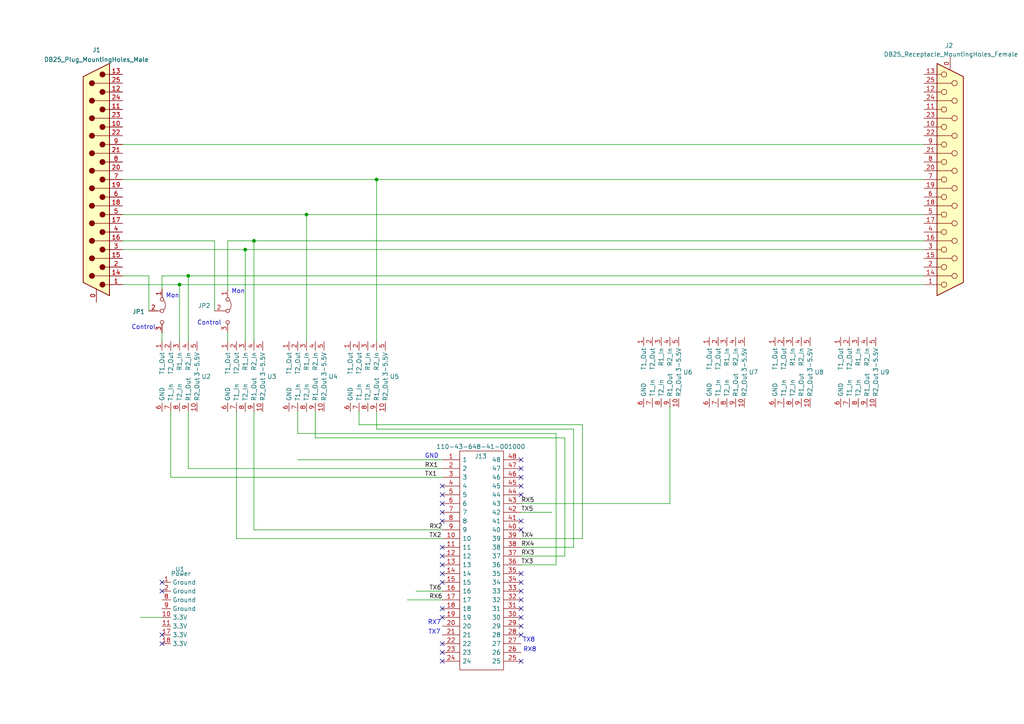
<source format=kicad_sch>
(kicad_sch
	(version 20231120)
	(generator "eeschema")
	(generator_version "8.0")
	(uuid "7612c823-37d0-46a1-958e-81769f656fd6")
	(paper "A4")
	(title_block
		(title "DataFlow Interface Board ")
		(date "2024-11-03")
		(rev "Version 0.0")
		(company "Dennis Rossman")
	)
	(lib_symbols
		(symbol "110-43-648-41-001000:110-43-648-41-001000"
			(pin_names
				(offset 0.762)
			)
			(exclude_from_sim no)
			(in_bom yes)
			(on_board yes)
			(property "Reference" "J"
				(at 19.05 7.62 0)
				(effects
					(font
						(size 1.27 1.27)
					)
					(justify left)
				)
			)
			(property "Value" "110-43-648-41-001000"
				(at 19.05 5.08 0)
				(effects
					(font
						(size 1.27 1.27)
					)
					(justify left)
				)
			)
			(property "Footprint" "DIPS1524W51P254L6096H419Q48N"
				(at 19.05 2.54 0)
				(effects
					(font
						(size 1.27 1.27)
					)
					(justify left)
					(hide yes)
				)
			)
			(property "Datasheet" "https://altium.componentsearchengine.com/Datasheets/1/110-43-648-41-001000.pdf"
				(at 19.05 0 0)
				(effects
					(font
						(size 1.27 1.27)
					)
					(justify left)
					(hide yes)
				)
			)
			(property "Description" "IC & Component Sockets 48P TIN PIN GLD CONT"
				(at 19.05 -2.54 0)
				(effects
					(font
						(size 1.27 1.27)
					)
					(justify left)
					(hide yes)
				)
			)
			(property "Height" "4.191"
				(at 19.05 -5.08 0)
				(effects
					(font
						(size 1.27 1.27)
					)
					(justify left)
					(hide yes)
				)
			)
			(property "Mouser Part Number" "575-11043648"
				(at 19.05 -7.62 0)
				(effects
					(font
						(size 1.27 1.27)
					)
					(justify left)
					(hide yes)
				)
			)
			(property "Mouser Price/Stock" "https://www.mouser.co.uk/ProductDetail/Mill-Max/110-43-648-41-001000?qs=IGgAdOvCTsTp7yoi0ojerw%3D%3D"
				(at 19.05 -10.16 0)
				(effects
					(font
						(size 1.27 1.27)
					)
					(justify left)
					(hide yes)
				)
			)
			(property "Manufacturer_Name" "Mill-Max"
				(at 19.05 -12.7 0)
				(effects
					(font
						(size 1.27 1.27)
					)
					(justify left)
					(hide yes)
				)
			)
			(property "Manufacturer_Part_Number" "110-43-648-41-001000"
				(at 19.05 -15.24 0)
				(effects
					(font
						(size 1.27 1.27)
					)
					(justify left)
					(hide yes)
				)
			)
			(symbol "110-43-648-41-001000_0_0"
				(pin passive line
					(at 0 0 0)
					(length 5.08)
					(name "1"
						(effects
							(font
								(size 1.27 1.27)
							)
						)
					)
					(number "1"
						(effects
							(font
								(size 1.27 1.27)
							)
						)
					)
				)
				(pin passive line
					(at 0 -22.86 0)
					(length 5.08)
					(name "10"
						(effects
							(font
								(size 1.27 1.27)
							)
						)
					)
					(number "10"
						(effects
							(font
								(size 1.27 1.27)
							)
						)
					)
				)
				(pin passive line
					(at 0 -25.4 0)
					(length 5.08)
					(name "11"
						(effects
							(font
								(size 1.27 1.27)
							)
						)
					)
					(number "11"
						(effects
							(font
								(size 1.27 1.27)
							)
						)
					)
				)
				(pin passive line
					(at 0 -27.94 0)
					(length 5.08)
					(name "12"
						(effects
							(font
								(size 1.27 1.27)
							)
						)
					)
					(number "12"
						(effects
							(font
								(size 1.27 1.27)
							)
						)
					)
				)
				(pin passive line
					(at 0 -30.48 0)
					(length 5.08)
					(name "13"
						(effects
							(font
								(size 1.27 1.27)
							)
						)
					)
					(number "13"
						(effects
							(font
								(size 1.27 1.27)
							)
						)
					)
				)
				(pin passive line
					(at 0 -33.02 0)
					(length 5.08)
					(name "14"
						(effects
							(font
								(size 1.27 1.27)
							)
						)
					)
					(number "14"
						(effects
							(font
								(size 1.27 1.27)
							)
						)
					)
				)
				(pin passive line
					(at 0 -35.56 0)
					(length 5.08)
					(name "15"
						(effects
							(font
								(size 1.27 1.27)
							)
						)
					)
					(number "15"
						(effects
							(font
								(size 1.27 1.27)
							)
						)
					)
				)
				(pin passive line
					(at 0 -38.1 0)
					(length 5.08)
					(name "16"
						(effects
							(font
								(size 1.27 1.27)
							)
						)
					)
					(number "16"
						(effects
							(font
								(size 1.27 1.27)
							)
						)
					)
				)
				(pin passive line
					(at 0 -40.64 0)
					(length 5.08)
					(name "17"
						(effects
							(font
								(size 1.27 1.27)
							)
						)
					)
					(number "17"
						(effects
							(font
								(size 1.27 1.27)
							)
						)
					)
				)
				(pin passive line
					(at 0 -43.18 0)
					(length 5.08)
					(name "18"
						(effects
							(font
								(size 1.27 1.27)
							)
						)
					)
					(number "18"
						(effects
							(font
								(size 1.27 1.27)
							)
						)
					)
				)
				(pin passive line
					(at 0 -45.72 0)
					(length 5.08)
					(name "19"
						(effects
							(font
								(size 1.27 1.27)
							)
						)
					)
					(number "19"
						(effects
							(font
								(size 1.27 1.27)
							)
						)
					)
				)
				(pin passive line
					(at 0 -2.54 0)
					(length 5.08)
					(name "2"
						(effects
							(font
								(size 1.27 1.27)
							)
						)
					)
					(number "2"
						(effects
							(font
								(size 1.27 1.27)
							)
						)
					)
				)
				(pin passive line
					(at 0 -48.26 0)
					(length 5.08)
					(name "20"
						(effects
							(font
								(size 1.27 1.27)
							)
						)
					)
					(number "20"
						(effects
							(font
								(size 1.27 1.27)
							)
						)
					)
				)
				(pin passive line
					(at 0 -50.8 0)
					(length 5.08)
					(name "21"
						(effects
							(font
								(size 1.27 1.27)
							)
						)
					)
					(number "21"
						(effects
							(font
								(size 1.27 1.27)
							)
						)
					)
				)
				(pin passive line
					(at 0 -53.34 0)
					(length 5.08)
					(name "22"
						(effects
							(font
								(size 1.27 1.27)
							)
						)
					)
					(number "22"
						(effects
							(font
								(size 1.27 1.27)
							)
						)
					)
				)
				(pin passive line
					(at 0 -55.88 0)
					(length 5.08)
					(name "23"
						(effects
							(font
								(size 1.27 1.27)
							)
						)
					)
					(number "23"
						(effects
							(font
								(size 1.27 1.27)
							)
						)
					)
				)
				(pin passive line
					(at 0 -58.42 0)
					(length 5.08)
					(name "24"
						(effects
							(font
								(size 1.27 1.27)
							)
						)
					)
					(number "24"
						(effects
							(font
								(size 1.27 1.27)
							)
						)
					)
				)
				(pin passive line
					(at 22.86 -58.42 180)
					(length 5.08)
					(name "25"
						(effects
							(font
								(size 1.27 1.27)
							)
						)
					)
					(number "25"
						(effects
							(font
								(size 1.27 1.27)
							)
						)
					)
				)
				(pin passive line
					(at 22.86 -55.88 180)
					(length 5.08)
					(name "26"
						(effects
							(font
								(size 1.27 1.27)
							)
						)
					)
					(number "26"
						(effects
							(font
								(size 1.27 1.27)
							)
						)
					)
				)
				(pin passive line
					(at 22.86 -53.34 180)
					(length 5.08)
					(name "27"
						(effects
							(font
								(size 1.27 1.27)
							)
						)
					)
					(number "27"
						(effects
							(font
								(size 1.27 1.27)
							)
						)
					)
				)
				(pin passive line
					(at 22.86 -50.8 180)
					(length 5.08)
					(name "28"
						(effects
							(font
								(size 1.27 1.27)
							)
						)
					)
					(number "28"
						(effects
							(font
								(size 1.27 1.27)
							)
						)
					)
				)
				(pin passive line
					(at 22.86 -48.26 180)
					(length 5.08)
					(name "29"
						(effects
							(font
								(size 1.27 1.27)
							)
						)
					)
					(number "29"
						(effects
							(font
								(size 1.27 1.27)
							)
						)
					)
				)
				(pin passive line
					(at 0 -5.08 0)
					(length 5.08)
					(name "3"
						(effects
							(font
								(size 1.27 1.27)
							)
						)
					)
					(number "3"
						(effects
							(font
								(size 1.27 1.27)
							)
						)
					)
				)
				(pin passive line
					(at 22.86 -45.72 180)
					(length 5.08)
					(name "30"
						(effects
							(font
								(size 1.27 1.27)
							)
						)
					)
					(number "30"
						(effects
							(font
								(size 1.27 1.27)
							)
						)
					)
				)
				(pin passive line
					(at 22.86 -43.18 180)
					(length 5.08)
					(name "31"
						(effects
							(font
								(size 1.27 1.27)
							)
						)
					)
					(number "31"
						(effects
							(font
								(size 1.27 1.27)
							)
						)
					)
				)
				(pin passive line
					(at 22.86 -40.64 180)
					(length 5.08)
					(name "32"
						(effects
							(font
								(size 1.27 1.27)
							)
						)
					)
					(number "32"
						(effects
							(font
								(size 1.27 1.27)
							)
						)
					)
				)
				(pin passive line
					(at 22.86 -38.1 180)
					(length 5.08)
					(name "33"
						(effects
							(font
								(size 1.27 1.27)
							)
						)
					)
					(number "33"
						(effects
							(font
								(size 1.27 1.27)
							)
						)
					)
				)
				(pin passive line
					(at 22.86 -35.56 180)
					(length 5.08)
					(name "34"
						(effects
							(font
								(size 1.27 1.27)
							)
						)
					)
					(number "34"
						(effects
							(font
								(size 1.27 1.27)
							)
						)
					)
				)
				(pin passive line
					(at 22.86 -33.02 180)
					(length 5.08)
					(name "35"
						(effects
							(font
								(size 1.27 1.27)
							)
						)
					)
					(number "35"
						(effects
							(font
								(size 1.27 1.27)
							)
						)
					)
				)
				(pin passive line
					(at 22.86 -30.48 180)
					(length 5.08)
					(name "36"
						(effects
							(font
								(size 1.27 1.27)
							)
						)
					)
					(number "36"
						(effects
							(font
								(size 1.27 1.27)
							)
						)
					)
				)
				(pin passive line
					(at 22.86 -27.94 180)
					(length 5.08)
					(name "37"
						(effects
							(font
								(size 1.27 1.27)
							)
						)
					)
					(number "37"
						(effects
							(font
								(size 1.27 1.27)
							)
						)
					)
				)
				(pin passive line
					(at 22.86 -25.4 180)
					(length 5.08)
					(name "38"
						(effects
							(font
								(size 1.27 1.27)
							)
						)
					)
					(number "38"
						(effects
							(font
								(size 1.27 1.27)
							)
						)
					)
				)
				(pin passive line
					(at 22.86 -22.86 180)
					(length 5.08)
					(name "39"
						(effects
							(font
								(size 1.27 1.27)
							)
						)
					)
					(number "39"
						(effects
							(font
								(size 1.27 1.27)
							)
						)
					)
				)
				(pin passive line
					(at 0 -7.62 0)
					(length 5.08)
					(name "4"
						(effects
							(font
								(size 1.27 1.27)
							)
						)
					)
					(number "4"
						(effects
							(font
								(size 1.27 1.27)
							)
						)
					)
				)
				(pin passive line
					(at 22.86 -20.32 180)
					(length 5.08)
					(name "40"
						(effects
							(font
								(size 1.27 1.27)
							)
						)
					)
					(number "40"
						(effects
							(font
								(size 1.27 1.27)
							)
						)
					)
				)
				(pin passive line
					(at 22.86 -17.78 180)
					(length 5.08)
					(name "41"
						(effects
							(font
								(size 1.27 1.27)
							)
						)
					)
					(number "41"
						(effects
							(font
								(size 1.27 1.27)
							)
						)
					)
				)
				(pin passive line
					(at 22.86 -15.24 180)
					(length 5.08)
					(name "42"
						(effects
							(font
								(size 1.27 1.27)
							)
						)
					)
					(number "42"
						(effects
							(font
								(size 1.27 1.27)
							)
						)
					)
				)
				(pin passive line
					(at 22.86 -12.7 180)
					(length 5.08)
					(name "43"
						(effects
							(font
								(size 1.27 1.27)
							)
						)
					)
					(number "43"
						(effects
							(font
								(size 1.27 1.27)
							)
						)
					)
				)
				(pin passive line
					(at 22.86 -10.16 180)
					(length 5.08)
					(name "44"
						(effects
							(font
								(size 1.27 1.27)
							)
						)
					)
					(number "44"
						(effects
							(font
								(size 1.27 1.27)
							)
						)
					)
				)
				(pin passive line
					(at 22.86 -7.62 180)
					(length 5.08)
					(name "45"
						(effects
							(font
								(size 1.27 1.27)
							)
						)
					)
					(number "45"
						(effects
							(font
								(size 1.27 1.27)
							)
						)
					)
				)
				(pin passive line
					(at 22.86 -5.08 180)
					(length 5.08)
					(name "46"
						(effects
							(font
								(size 1.27 1.27)
							)
						)
					)
					(number "46"
						(effects
							(font
								(size 1.27 1.27)
							)
						)
					)
				)
				(pin passive line
					(at 22.86 -2.54 180)
					(length 5.08)
					(name "47"
						(effects
							(font
								(size 1.27 1.27)
							)
						)
					)
					(number "47"
						(effects
							(font
								(size 1.27 1.27)
							)
						)
					)
				)
				(pin passive line
					(at 22.86 0 180)
					(length 5.08)
					(name "48"
						(effects
							(font
								(size 1.27 1.27)
							)
						)
					)
					(number "48"
						(effects
							(font
								(size 1.27 1.27)
							)
						)
					)
				)
				(pin passive line
					(at 0 -10.16 0)
					(length 5.08)
					(name "5"
						(effects
							(font
								(size 1.27 1.27)
							)
						)
					)
					(number "5"
						(effects
							(font
								(size 1.27 1.27)
							)
						)
					)
				)
				(pin passive line
					(at 0 -12.7 0)
					(length 5.08)
					(name "6"
						(effects
							(font
								(size 1.27 1.27)
							)
						)
					)
					(number "6"
						(effects
							(font
								(size 1.27 1.27)
							)
						)
					)
				)
				(pin passive line
					(at 0 -15.24 0)
					(length 5.08)
					(name "7"
						(effects
							(font
								(size 1.27 1.27)
							)
						)
					)
					(number "7"
						(effects
							(font
								(size 1.27 1.27)
							)
						)
					)
				)
				(pin passive line
					(at 0 -17.78 0)
					(length 5.08)
					(name "8"
						(effects
							(font
								(size 1.27 1.27)
							)
						)
					)
					(number "8"
						(effects
							(font
								(size 1.27 1.27)
							)
						)
					)
				)
				(pin passive line
					(at 0 -20.32 0)
					(length 5.08)
					(name "9"
						(effects
							(font
								(size 1.27 1.27)
							)
						)
					)
					(number "9"
						(effects
							(font
								(size 1.27 1.27)
							)
						)
					)
				)
			)
			(symbol "110-43-648-41-001000_0_1"
				(polyline
					(pts
						(xy 5.08 2.54) (xy 17.78 2.54) (xy 17.78 -60.96) (xy 5.08 -60.96) (xy 5.08 2.54)
					)
					(stroke
						(width 0.1524)
						(type default)
					)
					(fill
						(type none)
					)
				)
			)
		)
		(symbol "Connector:DB25_Plug_MountingHoles"
			(pin_names
				(offset 1.016) hide)
			(exclude_from_sim no)
			(in_bom yes)
			(on_board yes)
			(property "Reference" "J"
				(at 0 36.83 0)
				(effects
					(font
						(size 1.27 1.27)
					)
				)
			)
			(property "Value" "DB25_Plug_MountingHoles"
				(at 0 34.925 0)
				(effects
					(font
						(size 1.27 1.27)
					)
				)
			)
			(property "Footprint" ""
				(at 0 0 0)
				(effects
					(font
						(size 1.27 1.27)
					)
					(hide yes)
				)
			)
			(property "Datasheet" "~"
				(at 0 0 0)
				(effects
					(font
						(size 1.27 1.27)
					)
					(hide yes)
				)
			)
			(property "Description" "25-pin male plug pin D-SUB connector, Mounting Hole"
				(at 0 0 0)
				(effects
					(font
						(size 1.27 1.27)
					)
					(hide yes)
				)
			)
			(property "ki_keywords" "male plug D-SUB connector"
				(at 0 0 0)
				(effects
					(font
						(size 1.27 1.27)
					)
					(hide yes)
				)
			)
			(property "ki_fp_filters" "DSUB*Male*"
				(at 0 0 0)
				(effects
					(font
						(size 1.27 1.27)
					)
					(hide yes)
				)
			)
			(symbol "DB25_Plug_MountingHoles_0_1"
				(circle
					(center -1.778 -30.48)
					(radius 0.762)
					(stroke
						(width 0)
						(type default)
					)
					(fill
						(type outline)
					)
				)
				(circle
					(center -1.778 -25.4)
					(radius 0.762)
					(stroke
						(width 0)
						(type default)
					)
					(fill
						(type outline)
					)
				)
				(circle
					(center -1.778 -20.32)
					(radius 0.762)
					(stroke
						(width 0)
						(type default)
					)
					(fill
						(type outline)
					)
				)
				(circle
					(center -1.778 -15.24)
					(radius 0.762)
					(stroke
						(width 0)
						(type default)
					)
					(fill
						(type outline)
					)
				)
				(circle
					(center -1.778 -10.16)
					(radius 0.762)
					(stroke
						(width 0)
						(type default)
					)
					(fill
						(type outline)
					)
				)
				(circle
					(center -1.778 -5.08)
					(radius 0.762)
					(stroke
						(width 0)
						(type default)
					)
					(fill
						(type outline)
					)
				)
				(circle
					(center -1.778 0)
					(radius 0.762)
					(stroke
						(width 0)
						(type default)
					)
					(fill
						(type outline)
					)
				)
				(circle
					(center -1.778 5.08)
					(radius 0.762)
					(stroke
						(width 0)
						(type default)
					)
					(fill
						(type outline)
					)
				)
				(circle
					(center -1.778 10.16)
					(radius 0.762)
					(stroke
						(width 0)
						(type default)
					)
					(fill
						(type outline)
					)
				)
				(circle
					(center -1.778 15.24)
					(radius 0.762)
					(stroke
						(width 0)
						(type default)
					)
					(fill
						(type outline)
					)
				)
				(circle
					(center -1.778 20.32)
					(radius 0.762)
					(stroke
						(width 0)
						(type default)
					)
					(fill
						(type outline)
					)
				)
				(circle
					(center -1.778 25.4)
					(radius 0.762)
					(stroke
						(width 0)
						(type default)
					)
					(fill
						(type outline)
					)
				)
				(circle
					(center -1.778 30.48)
					(radius 0.762)
					(stroke
						(width 0)
						(type default)
					)
					(fill
						(type outline)
					)
				)
				(polyline
					(pts
						(xy -3.81 -30.48) (xy -2.54 -30.48)
					)
					(stroke
						(width 0)
						(type default)
					)
					(fill
						(type none)
					)
				)
				(polyline
					(pts
						(xy -3.81 -27.94) (xy 0.508 -27.94)
					)
					(stroke
						(width 0)
						(type default)
					)
					(fill
						(type none)
					)
				)
				(polyline
					(pts
						(xy -3.81 -25.4) (xy -2.54 -25.4)
					)
					(stroke
						(width 0)
						(type default)
					)
					(fill
						(type none)
					)
				)
				(polyline
					(pts
						(xy -3.81 -22.86) (xy 0.508 -22.86)
					)
					(stroke
						(width 0)
						(type default)
					)
					(fill
						(type none)
					)
				)
				(polyline
					(pts
						(xy -3.81 -20.32) (xy -2.54 -20.32)
					)
					(stroke
						(width 0)
						(type default)
					)
					(fill
						(type none)
					)
				)
				(polyline
					(pts
						(xy -3.81 -17.78) (xy 0.508 -17.78)
					)
					(stroke
						(width 0)
						(type default)
					)
					(fill
						(type none)
					)
				)
				(polyline
					(pts
						(xy -3.81 -15.24) (xy -2.54 -15.24)
					)
					(stroke
						(width 0)
						(type default)
					)
					(fill
						(type none)
					)
				)
				(polyline
					(pts
						(xy -3.81 -12.7) (xy 0.508 -12.7)
					)
					(stroke
						(width 0)
						(type default)
					)
					(fill
						(type none)
					)
				)
				(polyline
					(pts
						(xy -3.81 -10.16) (xy -2.54 -10.16)
					)
					(stroke
						(width 0)
						(type default)
					)
					(fill
						(type none)
					)
				)
				(polyline
					(pts
						(xy -3.81 -7.62) (xy 0.508 -7.62)
					)
					(stroke
						(width 0)
						(type default)
					)
					(fill
						(type none)
					)
				)
				(polyline
					(pts
						(xy -3.81 -5.08) (xy -2.54 -5.08)
					)
					(stroke
						(width 0)
						(type default)
					)
					(fill
						(type none)
					)
				)
				(polyline
					(pts
						(xy -3.81 -2.54) (xy 0.508 -2.54)
					)
					(stroke
						(width 0)
						(type default)
					)
					(fill
						(type none)
					)
				)
				(polyline
					(pts
						(xy -3.81 0) (xy -2.54 0)
					)
					(stroke
						(width 0)
						(type default)
					)
					(fill
						(type none)
					)
				)
				(polyline
					(pts
						(xy -3.81 2.54) (xy 0.508 2.54)
					)
					(stroke
						(width 0)
						(type default)
					)
					(fill
						(type none)
					)
				)
				(polyline
					(pts
						(xy -3.81 5.08) (xy -2.54 5.08)
					)
					(stroke
						(width 0)
						(type default)
					)
					(fill
						(type none)
					)
				)
				(polyline
					(pts
						(xy -3.81 7.62) (xy 0.508 7.62)
					)
					(stroke
						(width 0)
						(type default)
					)
					(fill
						(type none)
					)
				)
				(polyline
					(pts
						(xy -3.81 10.16) (xy -2.54 10.16)
					)
					(stroke
						(width 0)
						(type default)
					)
					(fill
						(type none)
					)
				)
				(polyline
					(pts
						(xy -3.81 12.7) (xy 0.508 12.7)
					)
					(stroke
						(width 0)
						(type default)
					)
					(fill
						(type none)
					)
				)
				(polyline
					(pts
						(xy -3.81 15.24) (xy -2.54 15.24)
					)
					(stroke
						(width 0)
						(type default)
					)
					(fill
						(type none)
					)
				)
				(polyline
					(pts
						(xy -3.81 17.78) (xy 0.508 17.78)
					)
					(stroke
						(width 0)
						(type default)
					)
					(fill
						(type none)
					)
				)
				(polyline
					(pts
						(xy -3.81 20.32) (xy -2.54 20.32)
					)
					(stroke
						(width 0)
						(type default)
					)
					(fill
						(type none)
					)
				)
				(polyline
					(pts
						(xy -3.81 22.86) (xy 0.508 22.86)
					)
					(stroke
						(width 0)
						(type default)
					)
					(fill
						(type none)
					)
				)
				(polyline
					(pts
						(xy -3.81 25.4) (xy -2.54 25.4)
					)
					(stroke
						(width 0)
						(type default)
					)
					(fill
						(type none)
					)
				)
				(polyline
					(pts
						(xy -3.81 27.94) (xy 0.508 27.94)
					)
					(stroke
						(width 0)
						(type default)
					)
					(fill
						(type none)
					)
				)
				(polyline
					(pts
						(xy -3.81 30.48) (xy -2.54 30.48)
					)
					(stroke
						(width 0)
						(type default)
					)
					(fill
						(type none)
					)
				)
				(polyline
					(pts
						(xy -3.81 -33.655) (xy 3.81 -29.845) (xy 3.81 29.845) (xy -3.81 33.655) (xy -3.81 -33.655)
					)
					(stroke
						(width 0.254)
						(type default)
					)
					(fill
						(type background)
					)
				)
				(circle
					(center 1.27 -27.94)
					(radius 0.762)
					(stroke
						(width 0)
						(type default)
					)
					(fill
						(type outline)
					)
				)
				(circle
					(center 1.27 -22.86)
					(radius 0.762)
					(stroke
						(width 0)
						(type default)
					)
					(fill
						(type outline)
					)
				)
				(circle
					(center 1.27 -17.78)
					(radius 0.762)
					(stroke
						(width 0)
						(type default)
					)
					(fill
						(type outline)
					)
				)
				(circle
					(center 1.27 -12.7)
					(radius 0.762)
					(stroke
						(width 0)
						(type default)
					)
					(fill
						(type outline)
					)
				)
				(circle
					(center 1.27 -7.62)
					(radius 0.762)
					(stroke
						(width 0)
						(type default)
					)
					(fill
						(type outline)
					)
				)
				(circle
					(center 1.27 -2.54)
					(radius 0.762)
					(stroke
						(width 0)
						(type default)
					)
					(fill
						(type outline)
					)
				)
				(circle
					(center 1.27 2.54)
					(radius 0.762)
					(stroke
						(width 0)
						(type default)
					)
					(fill
						(type outline)
					)
				)
				(circle
					(center 1.27 7.62)
					(radius 0.762)
					(stroke
						(width 0)
						(type default)
					)
					(fill
						(type outline)
					)
				)
				(circle
					(center 1.27 12.7)
					(radius 0.762)
					(stroke
						(width 0)
						(type default)
					)
					(fill
						(type outline)
					)
				)
				(circle
					(center 1.27 17.78)
					(radius 0.762)
					(stroke
						(width 0)
						(type default)
					)
					(fill
						(type outline)
					)
				)
				(circle
					(center 1.27 22.86)
					(radius 0.762)
					(stroke
						(width 0)
						(type default)
					)
					(fill
						(type outline)
					)
				)
				(circle
					(center 1.27 27.94)
					(radius 0.762)
					(stroke
						(width 0)
						(type default)
					)
					(fill
						(type outline)
					)
				)
			)
			(symbol "DB25_Plug_MountingHoles_1_1"
				(pin passive line
					(at 0 -35.56 90)
					(length 3.81)
					(name "PAD"
						(effects
							(font
								(size 1.27 1.27)
							)
						)
					)
					(number "0"
						(effects
							(font
								(size 1.27 1.27)
							)
						)
					)
				)
				(pin passive line
					(at -7.62 -30.48 0)
					(length 3.81)
					(name "1"
						(effects
							(font
								(size 1.27 1.27)
							)
						)
					)
					(number "1"
						(effects
							(font
								(size 1.27 1.27)
							)
						)
					)
				)
				(pin passive line
					(at -7.62 15.24 0)
					(length 3.81)
					(name "10"
						(effects
							(font
								(size 1.27 1.27)
							)
						)
					)
					(number "10"
						(effects
							(font
								(size 1.27 1.27)
							)
						)
					)
				)
				(pin passive line
					(at -7.62 20.32 0)
					(length 3.81)
					(name "11"
						(effects
							(font
								(size 1.27 1.27)
							)
						)
					)
					(number "11"
						(effects
							(font
								(size 1.27 1.27)
							)
						)
					)
				)
				(pin passive line
					(at -7.62 25.4 0)
					(length 3.81)
					(name "12"
						(effects
							(font
								(size 1.27 1.27)
							)
						)
					)
					(number "12"
						(effects
							(font
								(size 1.27 1.27)
							)
						)
					)
				)
				(pin passive line
					(at -7.62 30.48 0)
					(length 3.81)
					(name "13"
						(effects
							(font
								(size 1.27 1.27)
							)
						)
					)
					(number "13"
						(effects
							(font
								(size 1.27 1.27)
							)
						)
					)
				)
				(pin passive line
					(at -7.62 -27.94 0)
					(length 3.81)
					(name "P14"
						(effects
							(font
								(size 1.27 1.27)
							)
						)
					)
					(number "14"
						(effects
							(font
								(size 1.27 1.27)
							)
						)
					)
				)
				(pin passive line
					(at -7.62 -22.86 0)
					(length 3.81)
					(name "P15"
						(effects
							(font
								(size 1.27 1.27)
							)
						)
					)
					(number "15"
						(effects
							(font
								(size 1.27 1.27)
							)
						)
					)
				)
				(pin passive line
					(at -7.62 -17.78 0)
					(length 3.81)
					(name "P16"
						(effects
							(font
								(size 1.27 1.27)
							)
						)
					)
					(number "16"
						(effects
							(font
								(size 1.27 1.27)
							)
						)
					)
				)
				(pin passive line
					(at -7.62 -12.7 0)
					(length 3.81)
					(name "P17"
						(effects
							(font
								(size 1.27 1.27)
							)
						)
					)
					(number "17"
						(effects
							(font
								(size 1.27 1.27)
							)
						)
					)
				)
				(pin passive line
					(at -7.62 -7.62 0)
					(length 3.81)
					(name "P18"
						(effects
							(font
								(size 1.27 1.27)
							)
						)
					)
					(number "18"
						(effects
							(font
								(size 1.27 1.27)
							)
						)
					)
				)
				(pin passive line
					(at -7.62 -2.54 0)
					(length 3.81)
					(name "P19"
						(effects
							(font
								(size 1.27 1.27)
							)
						)
					)
					(number "19"
						(effects
							(font
								(size 1.27 1.27)
							)
						)
					)
				)
				(pin passive line
					(at -7.62 -25.4 0)
					(length 3.81)
					(name "2"
						(effects
							(font
								(size 1.27 1.27)
							)
						)
					)
					(number "2"
						(effects
							(font
								(size 1.27 1.27)
							)
						)
					)
				)
				(pin passive line
					(at -7.62 2.54 0)
					(length 3.81)
					(name "P20"
						(effects
							(font
								(size 1.27 1.27)
							)
						)
					)
					(number "20"
						(effects
							(font
								(size 1.27 1.27)
							)
						)
					)
				)
				(pin passive line
					(at -7.62 7.62 0)
					(length 3.81)
					(name "P21"
						(effects
							(font
								(size 1.27 1.27)
							)
						)
					)
					(number "21"
						(effects
							(font
								(size 1.27 1.27)
							)
						)
					)
				)
				(pin passive line
					(at -7.62 12.7 0)
					(length 3.81)
					(name "P22"
						(effects
							(font
								(size 1.27 1.27)
							)
						)
					)
					(number "22"
						(effects
							(font
								(size 1.27 1.27)
							)
						)
					)
				)
				(pin passive line
					(at -7.62 17.78 0)
					(length 3.81)
					(name "P23"
						(effects
							(font
								(size 1.27 1.27)
							)
						)
					)
					(number "23"
						(effects
							(font
								(size 1.27 1.27)
							)
						)
					)
				)
				(pin passive line
					(at -7.62 22.86 0)
					(length 3.81)
					(name "P24"
						(effects
							(font
								(size 1.27 1.27)
							)
						)
					)
					(number "24"
						(effects
							(font
								(size 1.27 1.27)
							)
						)
					)
				)
				(pin passive line
					(at -7.62 27.94 0)
					(length 3.81)
					(name "P25"
						(effects
							(font
								(size 1.27 1.27)
							)
						)
					)
					(number "25"
						(effects
							(font
								(size 1.27 1.27)
							)
						)
					)
				)
				(pin passive line
					(at -7.62 -20.32 0)
					(length 3.81)
					(name "3"
						(effects
							(font
								(size 1.27 1.27)
							)
						)
					)
					(number "3"
						(effects
							(font
								(size 1.27 1.27)
							)
						)
					)
				)
				(pin passive line
					(at -7.62 -15.24 0)
					(length 3.81)
					(name "4"
						(effects
							(font
								(size 1.27 1.27)
							)
						)
					)
					(number "4"
						(effects
							(font
								(size 1.27 1.27)
							)
						)
					)
				)
				(pin passive line
					(at -7.62 -10.16 0)
					(length 3.81)
					(name "5"
						(effects
							(font
								(size 1.27 1.27)
							)
						)
					)
					(number "5"
						(effects
							(font
								(size 1.27 1.27)
							)
						)
					)
				)
				(pin passive line
					(at -7.62 -5.08 0)
					(length 3.81)
					(name "6"
						(effects
							(font
								(size 1.27 1.27)
							)
						)
					)
					(number "6"
						(effects
							(font
								(size 1.27 1.27)
							)
						)
					)
				)
				(pin passive line
					(at -7.62 0 0)
					(length 3.81)
					(name "7"
						(effects
							(font
								(size 1.27 1.27)
							)
						)
					)
					(number "7"
						(effects
							(font
								(size 1.27 1.27)
							)
						)
					)
				)
				(pin passive line
					(at -7.62 5.08 0)
					(length 3.81)
					(name "8"
						(effects
							(font
								(size 1.27 1.27)
							)
						)
					)
					(number "8"
						(effects
							(font
								(size 1.27 1.27)
							)
						)
					)
				)
				(pin passive line
					(at -7.62 10.16 0)
					(length 3.81)
					(name "9"
						(effects
							(font
								(size 1.27 1.27)
							)
						)
					)
					(number "9"
						(effects
							(font
								(size 1.27 1.27)
							)
						)
					)
				)
			)
		)
		(symbol "Connector:DB25_Receptacle_MountingHoles"
			(pin_names
				(offset 1.016) hide)
			(exclude_from_sim no)
			(in_bom yes)
			(on_board yes)
			(property "Reference" "J"
				(at 0 36.83 0)
				(effects
					(font
						(size 1.27 1.27)
					)
				)
			)
			(property "Value" "DB25_Receptacle_MountingHoles"
				(at 0 34.925 0)
				(effects
					(font
						(size 1.27 1.27)
					)
				)
			)
			(property "Footprint" ""
				(at 0 0 0)
				(effects
					(font
						(size 1.27 1.27)
					)
					(hide yes)
				)
			)
			(property "Datasheet" "~"
				(at 0 0 0)
				(effects
					(font
						(size 1.27 1.27)
					)
					(hide yes)
				)
			)
			(property "Description" "25-pin female receptacle socket D-SUB connector, Mounting Hole"
				(at 0 0 0)
				(effects
					(font
						(size 1.27 1.27)
					)
					(hide yes)
				)
			)
			(property "ki_keywords" "female receptacle D-SUB connector"
				(at 0 0 0)
				(effects
					(font
						(size 1.27 1.27)
					)
					(hide yes)
				)
			)
			(property "ki_fp_filters" "DSUB*Female*"
				(at 0 0 0)
				(effects
					(font
						(size 1.27 1.27)
					)
					(hide yes)
				)
			)
			(symbol "DB25_Receptacle_MountingHoles_0_1"
				(circle
					(center -1.778 -30.48)
					(radius 0.762)
					(stroke
						(width 0)
						(type default)
					)
					(fill
						(type none)
					)
				)
				(circle
					(center -1.778 -25.4)
					(radius 0.762)
					(stroke
						(width 0)
						(type default)
					)
					(fill
						(type none)
					)
				)
				(circle
					(center -1.778 -20.32)
					(radius 0.762)
					(stroke
						(width 0)
						(type default)
					)
					(fill
						(type none)
					)
				)
				(circle
					(center -1.778 -15.24)
					(radius 0.762)
					(stroke
						(width 0)
						(type default)
					)
					(fill
						(type none)
					)
				)
				(circle
					(center -1.778 -10.16)
					(radius 0.762)
					(stroke
						(width 0)
						(type default)
					)
					(fill
						(type none)
					)
				)
				(circle
					(center -1.778 -5.08)
					(radius 0.762)
					(stroke
						(width 0)
						(type default)
					)
					(fill
						(type none)
					)
				)
				(circle
					(center -1.778 0)
					(radius 0.762)
					(stroke
						(width 0)
						(type default)
					)
					(fill
						(type none)
					)
				)
				(circle
					(center -1.778 5.08)
					(radius 0.762)
					(stroke
						(width 0)
						(type default)
					)
					(fill
						(type none)
					)
				)
				(circle
					(center -1.778 10.16)
					(radius 0.762)
					(stroke
						(width 0)
						(type default)
					)
					(fill
						(type none)
					)
				)
				(circle
					(center -1.778 15.24)
					(radius 0.762)
					(stroke
						(width 0)
						(type default)
					)
					(fill
						(type none)
					)
				)
				(circle
					(center -1.778 20.32)
					(radius 0.762)
					(stroke
						(width 0)
						(type default)
					)
					(fill
						(type none)
					)
				)
				(circle
					(center -1.778 25.4)
					(radius 0.762)
					(stroke
						(width 0)
						(type default)
					)
					(fill
						(type none)
					)
				)
				(circle
					(center -1.778 30.48)
					(radius 0.762)
					(stroke
						(width 0)
						(type default)
					)
					(fill
						(type none)
					)
				)
				(polyline
					(pts
						(xy -3.81 -30.48) (xy -2.54 -30.48)
					)
					(stroke
						(width 0)
						(type default)
					)
					(fill
						(type none)
					)
				)
				(polyline
					(pts
						(xy -3.81 -27.94) (xy 0.508 -27.94)
					)
					(stroke
						(width 0)
						(type default)
					)
					(fill
						(type none)
					)
				)
				(polyline
					(pts
						(xy -3.81 -25.4) (xy -2.54 -25.4)
					)
					(stroke
						(width 0)
						(type default)
					)
					(fill
						(type none)
					)
				)
				(polyline
					(pts
						(xy -3.81 -22.86) (xy 0.508 -22.86)
					)
					(stroke
						(width 0)
						(type default)
					)
					(fill
						(type none)
					)
				)
				(polyline
					(pts
						(xy -3.81 -20.32) (xy -2.54 -20.32)
					)
					(stroke
						(width 0)
						(type default)
					)
					(fill
						(type none)
					)
				)
				(polyline
					(pts
						(xy -3.81 -17.78) (xy 0.508 -17.78)
					)
					(stroke
						(width 0)
						(type default)
					)
					(fill
						(type none)
					)
				)
				(polyline
					(pts
						(xy -3.81 -15.24) (xy -2.54 -15.24)
					)
					(stroke
						(width 0)
						(type default)
					)
					(fill
						(type none)
					)
				)
				(polyline
					(pts
						(xy -3.81 -12.7) (xy 0.508 -12.7)
					)
					(stroke
						(width 0)
						(type default)
					)
					(fill
						(type none)
					)
				)
				(polyline
					(pts
						(xy -3.81 -10.16) (xy -2.54 -10.16)
					)
					(stroke
						(width 0)
						(type default)
					)
					(fill
						(type none)
					)
				)
				(polyline
					(pts
						(xy -3.81 -7.62) (xy 0.508 -7.62)
					)
					(stroke
						(width 0)
						(type default)
					)
					(fill
						(type none)
					)
				)
				(polyline
					(pts
						(xy -3.81 -5.08) (xy -2.54 -5.08)
					)
					(stroke
						(width 0)
						(type default)
					)
					(fill
						(type none)
					)
				)
				(polyline
					(pts
						(xy -3.81 -2.54) (xy 0.508 -2.54)
					)
					(stroke
						(width 0)
						(type default)
					)
					(fill
						(type none)
					)
				)
				(polyline
					(pts
						(xy -3.81 0) (xy -2.54 0)
					)
					(stroke
						(width 0)
						(type default)
					)
					(fill
						(type none)
					)
				)
				(polyline
					(pts
						(xy -3.81 2.54) (xy 0.508 2.54)
					)
					(stroke
						(width 0)
						(type default)
					)
					(fill
						(type none)
					)
				)
				(polyline
					(pts
						(xy -3.81 5.08) (xy -2.54 5.08)
					)
					(stroke
						(width 0)
						(type default)
					)
					(fill
						(type none)
					)
				)
				(polyline
					(pts
						(xy -3.81 7.62) (xy 0.508 7.62)
					)
					(stroke
						(width 0)
						(type default)
					)
					(fill
						(type none)
					)
				)
				(polyline
					(pts
						(xy -3.81 10.16) (xy -2.54 10.16)
					)
					(stroke
						(width 0)
						(type default)
					)
					(fill
						(type none)
					)
				)
				(polyline
					(pts
						(xy -3.81 12.7) (xy 0.508 12.7)
					)
					(stroke
						(width 0)
						(type default)
					)
					(fill
						(type none)
					)
				)
				(polyline
					(pts
						(xy -3.81 15.24) (xy -2.54 15.24)
					)
					(stroke
						(width 0)
						(type default)
					)
					(fill
						(type none)
					)
				)
				(polyline
					(pts
						(xy -3.81 17.78) (xy 0.508 17.78)
					)
					(stroke
						(width 0)
						(type default)
					)
					(fill
						(type none)
					)
				)
				(polyline
					(pts
						(xy -3.81 20.32) (xy -2.54 20.32)
					)
					(stroke
						(width 0)
						(type default)
					)
					(fill
						(type none)
					)
				)
				(polyline
					(pts
						(xy -3.81 22.86) (xy 0.508 22.86)
					)
					(stroke
						(width 0)
						(type default)
					)
					(fill
						(type none)
					)
				)
				(polyline
					(pts
						(xy -3.81 25.4) (xy -2.54 25.4)
					)
					(stroke
						(width 0)
						(type default)
					)
					(fill
						(type none)
					)
				)
				(polyline
					(pts
						(xy -3.81 27.94) (xy 0.508 27.94)
					)
					(stroke
						(width 0)
						(type default)
					)
					(fill
						(type none)
					)
				)
				(polyline
					(pts
						(xy -3.81 30.48) (xy -2.54 30.48)
					)
					(stroke
						(width 0)
						(type default)
					)
					(fill
						(type none)
					)
				)
				(polyline
					(pts
						(xy -3.81 33.655) (xy 3.81 29.845) (xy 3.81 -29.845) (xy -3.81 -33.655) (xy -3.81 33.655)
					)
					(stroke
						(width 0.254)
						(type default)
					)
					(fill
						(type background)
					)
				)
				(circle
					(center 1.27 -27.94)
					(radius 0.762)
					(stroke
						(width 0)
						(type default)
					)
					(fill
						(type none)
					)
				)
				(circle
					(center 1.27 -22.86)
					(radius 0.762)
					(stroke
						(width 0)
						(type default)
					)
					(fill
						(type none)
					)
				)
				(circle
					(center 1.27 -17.78)
					(radius 0.762)
					(stroke
						(width 0)
						(type default)
					)
					(fill
						(type none)
					)
				)
				(circle
					(center 1.27 -12.7)
					(radius 0.762)
					(stroke
						(width 0)
						(type default)
					)
					(fill
						(type none)
					)
				)
				(circle
					(center 1.27 -7.62)
					(radius 0.762)
					(stroke
						(width 0)
						(type default)
					)
					(fill
						(type none)
					)
				)
				(circle
					(center 1.27 -2.54)
					(radius 0.762)
					(stroke
						(width 0)
						(type default)
					)
					(fill
						(type none)
					)
				)
				(circle
					(center 1.27 2.54)
					(radius 0.762)
					(stroke
						(width 0)
						(type default)
					)
					(fill
						(type none)
					)
				)
				(circle
					(center 1.27 7.62)
					(radius 0.762)
					(stroke
						(width 0)
						(type default)
					)
					(fill
						(type none)
					)
				)
				(circle
					(center 1.27 12.7)
					(radius 0.762)
					(stroke
						(width 0)
						(type default)
					)
					(fill
						(type none)
					)
				)
				(circle
					(center 1.27 17.78)
					(radius 0.762)
					(stroke
						(width 0)
						(type default)
					)
					(fill
						(type none)
					)
				)
				(circle
					(center 1.27 22.86)
					(radius 0.762)
					(stroke
						(width 0)
						(type default)
					)
					(fill
						(type none)
					)
				)
				(circle
					(center 1.27 27.94)
					(radius 0.762)
					(stroke
						(width 0)
						(type default)
					)
					(fill
						(type none)
					)
				)
			)
			(symbol "DB25_Receptacle_MountingHoles_1_1"
				(pin passive line
					(at 0 -35.56 90)
					(length 3.81)
					(name "PAD"
						(effects
							(font
								(size 1.27 1.27)
							)
						)
					)
					(number "0"
						(effects
							(font
								(size 1.27 1.27)
							)
						)
					)
				)
				(pin passive line
					(at -7.62 30.48 0)
					(length 3.81)
					(name "1"
						(effects
							(font
								(size 1.27 1.27)
							)
						)
					)
					(number "1"
						(effects
							(font
								(size 1.27 1.27)
							)
						)
					)
				)
				(pin passive line
					(at -7.62 -15.24 0)
					(length 3.81)
					(name "10"
						(effects
							(font
								(size 1.27 1.27)
							)
						)
					)
					(number "10"
						(effects
							(font
								(size 1.27 1.27)
							)
						)
					)
				)
				(pin passive line
					(at -7.62 -20.32 0)
					(length 3.81)
					(name "11"
						(effects
							(font
								(size 1.27 1.27)
							)
						)
					)
					(number "11"
						(effects
							(font
								(size 1.27 1.27)
							)
						)
					)
				)
				(pin passive line
					(at -7.62 -25.4 0)
					(length 3.81)
					(name "12"
						(effects
							(font
								(size 1.27 1.27)
							)
						)
					)
					(number "12"
						(effects
							(font
								(size 1.27 1.27)
							)
						)
					)
				)
				(pin passive line
					(at -7.62 -30.48 0)
					(length 3.81)
					(name "13"
						(effects
							(font
								(size 1.27 1.27)
							)
						)
					)
					(number "13"
						(effects
							(font
								(size 1.27 1.27)
							)
						)
					)
				)
				(pin passive line
					(at -7.62 27.94 0)
					(length 3.81)
					(name "P14"
						(effects
							(font
								(size 1.27 1.27)
							)
						)
					)
					(number "14"
						(effects
							(font
								(size 1.27 1.27)
							)
						)
					)
				)
				(pin passive line
					(at -7.62 22.86 0)
					(length 3.81)
					(name "P15"
						(effects
							(font
								(size 1.27 1.27)
							)
						)
					)
					(number "15"
						(effects
							(font
								(size 1.27 1.27)
							)
						)
					)
				)
				(pin passive line
					(at -7.62 17.78 0)
					(length 3.81)
					(name "P16"
						(effects
							(font
								(size 1.27 1.27)
							)
						)
					)
					(number "16"
						(effects
							(font
								(size 1.27 1.27)
							)
						)
					)
				)
				(pin passive line
					(at -7.62 12.7 0)
					(length 3.81)
					(name "P17"
						(effects
							(font
								(size 1.27 1.27)
							)
						)
					)
					(number "17"
						(effects
							(font
								(size 1.27 1.27)
							)
						)
					)
				)
				(pin passive line
					(at -7.62 7.62 0)
					(length 3.81)
					(name "P18"
						(effects
							(font
								(size 1.27 1.27)
							)
						)
					)
					(number "18"
						(effects
							(font
								(size 1.27 1.27)
							)
						)
					)
				)
				(pin passive line
					(at -7.62 2.54 0)
					(length 3.81)
					(name "P19"
						(effects
							(font
								(size 1.27 1.27)
							)
						)
					)
					(number "19"
						(effects
							(font
								(size 1.27 1.27)
							)
						)
					)
				)
				(pin passive line
					(at -7.62 25.4 0)
					(length 3.81)
					(name "2"
						(effects
							(font
								(size 1.27 1.27)
							)
						)
					)
					(number "2"
						(effects
							(font
								(size 1.27 1.27)
							)
						)
					)
				)
				(pin passive line
					(at -7.62 -2.54 0)
					(length 3.81)
					(name "P20"
						(effects
							(font
								(size 1.27 1.27)
							)
						)
					)
					(number "20"
						(effects
							(font
								(size 1.27 1.27)
							)
						)
					)
				)
				(pin passive line
					(at -7.62 -7.62 0)
					(length 3.81)
					(name "P21"
						(effects
							(font
								(size 1.27 1.27)
							)
						)
					)
					(number "21"
						(effects
							(font
								(size 1.27 1.27)
							)
						)
					)
				)
				(pin passive line
					(at -7.62 -12.7 0)
					(length 3.81)
					(name "P22"
						(effects
							(font
								(size 1.27 1.27)
							)
						)
					)
					(number "22"
						(effects
							(font
								(size 1.27 1.27)
							)
						)
					)
				)
				(pin passive line
					(at -7.62 -17.78 0)
					(length 3.81)
					(name "P23"
						(effects
							(font
								(size 1.27 1.27)
							)
						)
					)
					(number "23"
						(effects
							(font
								(size 1.27 1.27)
							)
						)
					)
				)
				(pin passive line
					(at -7.62 -22.86 0)
					(length 3.81)
					(name "P24"
						(effects
							(font
								(size 1.27 1.27)
							)
						)
					)
					(number "24"
						(effects
							(font
								(size 1.27 1.27)
							)
						)
					)
				)
				(pin passive line
					(at -7.62 -27.94 0)
					(length 3.81)
					(name "P25"
						(effects
							(font
								(size 1.27 1.27)
							)
						)
					)
					(number "25"
						(effects
							(font
								(size 1.27 1.27)
							)
						)
					)
				)
				(pin passive line
					(at -7.62 20.32 0)
					(length 3.81)
					(name "3"
						(effects
							(font
								(size 1.27 1.27)
							)
						)
					)
					(number "3"
						(effects
							(font
								(size 1.27 1.27)
							)
						)
					)
				)
				(pin passive line
					(at -7.62 15.24 0)
					(length 3.81)
					(name "4"
						(effects
							(font
								(size 1.27 1.27)
							)
						)
					)
					(number "4"
						(effects
							(font
								(size 1.27 1.27)
							)
						)
					)
				)
				(pin passive line
					(at -7.62 10.16 0)
					(length 3.81)
					(name "5"
						(effects
							(font
								(size 1.27 1.27)
							)
						)
					)
					(number "5"
						(effects
							(font
								(size 1.27 1.27)
							)
						)
					)
				)
				(pin passive line
					(at -7.62 5.08 0)
					(length 3.81)
					(name "6"
						(effects
							(font
								(size 1.27 1.27)
							)
						)
					)
					(number "6"
						(effects
							(font
								(size 1.27 1.27)
							)
						)
					)
				)
				(pin passive line
					(at -7.62 0 0)
					(length 3.81)
					(name "7"
						(effects
							(font
								(size 1.27 1.27)
							)
						)
					)
					(number "7"
						(effects
							(font
								(size 1.27 1.27)
							)
						)
					)
				)
				(pin passive line
					(at -7.62 -5.08 0)
					(length 3.81)
					(name "8"
						(effects
							(font
								(size 1.27 1.27)
							)
						)
					)
					(number "8"
						(effects
							(font
								(size 1.27 1.27)
							)
						)
					)
				)
				(pin passive line
					(at -7.62 -10.16 0)
					(length 3.81)
					(name "9"
						(effects
							(font
								(size 1.27 1.27)
							)
						)
					)
					(number "9"
						(effects
							(font
								(size 1.27 1.27)
							)
						)
					)
				)
			)
		)
		(symbol "Jumper:Jumper_3_Bridged12"
			(pin_names
				(offset 0) hide)
			(exclude_from_sim yes)
			(in_bom no)
			(on_board yes)
			(property "Reference" "JP"
				(at -2.54 -2.54 0)
				(effects
					(font
						(size 1.27 1.27)
					)
				)
			)
			(property "Value" "Jumper_3_Bridged12"
				(at 0 2.794 0)
				(effects
					(font
						(size 1.27 1.27)
					)
				)
			)
			(property "Footprint" ""
				(at 0 0 0)
				(effects
					(font
						(size 1.27 1.27)
					)
					(hide yes)
				)
			)
			(property "Datasheet" "~"
				(at 0 0 0)
				(effects
					(font
						(size 1.27 1.27)
					)
					(hide yes)
				)
			)
			(property "Description" "Jumper, 3-pole, pins 1+2 closed/bridged"
				(at 0 0 0)
				(effects
					(font
						(size 1.27 1.27)
					)
					(hide yes)
				)
			)
			(property "ki_keywords" "Jumper SPDT"
				(at 0 0 0)
				(effects
					(font
						(size 1.27 1.27)
					)
					(hide yes)
				)
			)
			(property "ki_fp_filters" "Jumper* TestPoint*3Pads* TestPoint*Bridge*"
				(at 0 0 0)
				(effects
					(font
						(size 1.27 1.27)
					)
					(hide yes)
				)
			)
			(symbol "Jumper_3_Bridged12_0_0"
				(circle
					(center -3.302 0)
					(radius 0.508)
					(stroke
						(width 0)
						(type default)
					)
					(fill
						(type none)
					)
				)
				(circle
					(center 0 0)
					(radius 0.508)
					(stroke
						(width 0)
						(type default)
					)
					(fill
						(type none)
					)
				)
				(circle
					(center 3.302 0)
					(radius 0.508)
					(stroke
						(width 0)
						(type default)
					)
					(fill
						(type none)
					)
				)
			)
			(symbol "Jumper_3_Bridged12_0_1"
				(arc
					(start -0.254 0.508)
					(mid -1.651 0.9912)
					(end -3.048 0.508)
					(stroke
						(width 0)
						(type default)
					)
					(fill
						(type none)
					)
				)
				(polyline
					(pts
						(xy 0 -1.27) (xy 0 -0.508)
					)
					(stroke
						(width 0)
						(type default)
					)
					(fill
						(type none)
					)
				)
			)
			(symbol "Jumper_3_Bridged12_1_1"
				(pin passive line
					(at -6.35 0 0)
					(length 2.54)
					(name "A"
						(effects
							(font
								(size 1.27 1.27)
							)
						)
					)
					(number "1"
						(effects
							(font
								(size 1.27 1.27)
							)
						)
					)
				)
				(pin passive line
					(at 0 -3.81 90)
					(length 2.54)
					(name "C"
						(effects
							(font
								(size 1.27 1.27)
							)
						)
					)
					(number "2"
						(effects
							(font
								(size 1.27 1.27)
							)
						)
					)
				)
				(pin passive line
					(at 6.35 0 180)
					(length 2.54)
					(name "B"
						(effects
							(font
								(size 1.27 1.27)
							)
						)
					)
					(number "3"
						(effects
							(font
								(size 1.27 1.27)
							)
						)
					)
				)
			)
		)
		(symbol "Misc:MAX3232"
			(exclude_from_sim no)
			(in_bom yes)
			(on_board yes)
			(property "Reference" "U?"
				(at 0 0 0)
				(effects
					(font
						(size 1.27 1.27)
					)
				)
			)
			(property "Value" ""
				(at 0 0 0)
				(effects
					(font
						(size 1.27 1.27)
					)
					(hide yes)
				)
			)
			(property "Footprint" "Misc:Max3232"
				(at 0 2.286 0)
				(effects
					(font
						(size 1.27 1.27)
					)
					(hide yes)
				)
			)
			(property "Datasheet" ""
				(at 0 0 0)
				(effects
					(font
						(size 1.27 1.27)
					)
					(hide yes)
				)
			)
			(property "Description" ""
				(at 0 0 0)
				(effects
					(font
						(size 1.27 1.27)
					)
					(hide yes)
				)
			)
			(symbol "MAX3232_1_1"
				(pin output line
					(at 10.16 -2.54 180)
					(length 2.54)
					(name "T1_Out"
						(effects
							(font
								(size 1.27 1.27)
							)
						)
					)
					(number "1"
						(effects
							(font
								(size 1.27 1.27)
							)
						)
					)
				)
				(pin output line
					(at -10.16 -12.7 0)
					(length 2.54)
					(name "R2_Out"
						(effects
							(font
								(size 1.27 1.27)
							)
						)
					)
					(number "10"
						(effects
							(font
								(size 1.27 1.27)
							)
						)
					)
				)
				(pin output line
					(at 10.16 -5.08 180)
					(length 2.54)
					(name "T2_Out"
						(effects
							(font
								(size 1.27 1.27)
							)
						)
					)
					(number "2"
						(effects
							(font
								(size 1.27 1.27)
							)
						)
					)
				)
				(pin input line
					(at 10.16 -7.62 180)
					(length 2.54)
					(name "R1_In"
						(effects
							(font
								(size 1.27 1.27)
							)
						)
					)
					(number "3"
						(effects
							(font
								(size 1.27 1.27)
							)
						)
					)
				)
				(pin input line
					(at 10.16 -10.16 180)
					(length 2.54)
					(name "R2_In"
						(effects
							(font
								(size 1.27 1.27)
							)
						)
					)
					(number "4"
						(effects
							(font
								(size 1.27 1.27)
							)
						)
					)
				)
				(pin input line
					(at 10.16 -12.7 180)
					(length 2.54)
					(name "3-5.5V"
						(effects
							(font
								(size 1.27 1.27)
							)
						)
					)
					(number "5"
						(effects
							(font
								(size 1.27 1.27)
							)
						)
					)
				)
				(pin input line
					(at -10.16 -2.54 0)
					(length 2.54)
					(name "GND"
						(effects
							(font
								(size 1.27 1.27)
							)
						)
					)
					(number "6"
						(effects
							(font
								(size 1.27 1.27)
							)
						)
					)
				)
				(pin input line
					(at -10.16 -5.08 0)
					(length 2.54)
					(name "T1_In"
						(effects
							(font
								(size 1.27 1.27)
							)
						)
					)
					(number "7"
						(effects
							(font
								(size 1.27 1.27)
							)
						)
					)
				)
				(pin input line
					(at -10.16 -7.62 0)
					(length 2.54)
					(name "T2_In"
						(effects
							(font
								(size 1.27 1.27)
							)
						)
					)
					(number "8"
						(effects
							(font
								(size 1.27 1.27)
							)
						)
					)
				)
				(pin output line
					(at -10.16 -10.16 0)
					(length 2.54)
					(name "R1_Out"
						(effects
							(font
								(size 1.27 1.27)
							)
						)
					)
					(number "9"
						(effects
							(font
								(size 1.27 1.27)
							)
						)
					)
				)
			)
		)
		(symbol "Misc:Power"
			(exclude_from_sim no)
			(in_bom yes)
			(on_board yes)
			(property "Reference" "U"
				(at 0 0 0)
				(effects
					(font
						(size 1.27 1.27)
					)
				)
			)
			(property "Value" "Power"
				(at 0 -1.27 0)
				(effects
					(font
						(size 1.27 1.27)
					)
				)
			)
			(property "Footprint" "Misc:PowerPal"
				(at 0 -24.13 0)
				(effects
					(font
						(size 1.27 1.27)
					)
					(hide yes)
				)
			)
			(property "Datasheet" ""
				(at 0 0 0)
				(effects
					(font
						(size 1.27 1.27)
					)
					(hide yes)
				)
			)
			(property "Description" ""
				(at 0 0 0)
				(effects
					(font
						(size 1.27 1.27)
					)
					(hide yes)
				)
			)
			(symbol "Power_1_1"
				(pin power_out line
					(at 0 -3.81 0)
					(length 2.54)
					(name "Ground"
						(effects
							(font
								(size 1.27 1.27)
							)
						)
					)
					(number "1"
						(effects
							(font
								(size 1.27 1.27)
							)
						)
					)
				)
				(pin power_out line
					(at 0 -13.97 0)
					(length 2.54)
					(name "3.3V"
						(effects
							(font
								(size 1.27 1.27)
							)
						)
					)
					(number "10"
						(effects
							(font
								(size 1.27 1.27)
							)
						)
					)
				)
				(pin power_out line
					(at 0 -16.51 0)
					(length 2.54)
					(name "3.3V"
						(effects
							(font
								(size 1.27 1.27)
							)
						)
					)
					(number "11"
						(effects
							(font
								(size 1.27 1.27)
							)
						)
					)
				)
				(pin power_out line
					(at 0 -19.05 0)
					(length 2.54)
					(name "3.3V"
						(effects
							(font
								(size 1.27 1.27)
							)
						)
					)
					(number "17"
						(effects
							(font
								(size 1.27 1.27)
							)
						)
					)
				)
				(pin power_out line
					(at 0 -21.59 0)
					(length 2.54)
					(name "3.3V"
						(effects
							(font
								(size 1.27 1.27)
							)
						)
					)
					(number "18"
						(effects
							(font
								(size 1.27 1.27)
							)
						)
					)
				)
				(pin power_out line
					(at 0 -6.35 0)
					(length 2.54)
					(name "Ground"
						(effects
							(font
								(size 1.27 1.27)
							)
						)
					)
					(number "2"
						(effects
							(font
								(size 1.27 1.27)
							)
						)
					)
				)
				(pin power_out line
					(at 0 -8.89 0)
					(length 2.54)
					(name "Ground"
						(effects
							(font
								(size 1.27 1.27)
							)
						)
					)
					(number "8"
						(effects
							(font
								(size 1.27 1.27)
							)
						)
					)
				)
				(pin power_out line
					(at 0 -11.43 0)
					(length 2.54)
					(name "Ground"
						(effects
							(font
								(size 1.27 1.27)
							)
						)
					)
					(number "9"
						(effects
							(font
								(size 1.27 1.27)
							)
						)
					)
				)
			)
		)
	)
	(junction
		(at 54.61 80.01)
		(diameter 0)
		(color 0 0 0 0)
		(uuid "0589f5c8-bbd1-48de-af8c-6a1352e1c566")
	)
	(junction
		(at 73.66 69.85)
		(diameter 0)
		(color 0 0 0 0)
		(uuid "139221d1-2cc7-4448-849e-4c25b9ae8826")
	)
	(junction
		(at 52.07 82.55)
		(diameter 0)
		(color 0 0 0 0)
		(uuid "47d4f544-3689-408b-b625-c296bb92c9f0")
	)
	(junction
		(at 88.9 62.23)
		(diameter 0)
		(color 0 0 0 0)
		(uuid "acb01f8b-29b8-4e82-b8af-3eca11de7d59")
	)
	(junction
		(at 71.12 72.39)
		(diameter 0)
		(color 0 0 0 0)
		(uuid "ada73da5-7128-491b-99f4-c14f68e87518")
	)
	(junction
		(at 109.22 52.07)
		(diameter 0)
		(color 0 0 0 0)
		(uuid "b942d614-015e-4f5c-adf3-011bf2f60a67")
	)
	(no_connect
		(at 151.13 135.89)
		(uuid "10e8518a-ab8a-48eb-9b25-8bfd9c445ef6")
	)
	(no_connect
		(at 151.13 166.37)
		(uuid "10e8518a-ab8a-48eb-9b25-8bfd9c445ef7")
	)
	(no_connect
		(at 46.99 168.91)
		(uuid "21699a71-9332-47bc-95e2-4dc941d8b948")
	)
	(no_connect
		(at 46.99 184.15)
		(uuid "21699a71-9332-47bc-95e2-4dc941d8b94a")
	)
	(no_connect
		(at 46.99 171.45)
		(uuid "3f04ac60-b549-45cb-a8fa-55d8e2f259a4")
	)
	(no_connect
		(at 151.13 133.35)
		(uuid "5d825832-2830-4417-9369-235c6250a3c0")
	)
	(no_connect
		(at 128.27 151.13)
		(uuid "5d825832-2830-4417-9369-235c6250a3c1")
	)
	(no_connect
		(at 128.27 148.59)
		(uuid "5d825832-2830-4417-9369-235c6250a3c2")
	)
	(no_connect
		(at 128.27 146.05)
		(uuid "5d825832-2830-4417-9369-235c6250a3c3")
	)
	(no_connect
		(at 128.27 143.51)
		(uuid "5d825832-2830-4417-9369-235c6250a3c4")
	)
	(no_connect
		(at 128.27 176.53)
		(uuid "5d825832-2830-4417-9369-235c6250a3c6")
	)
	(no_connect
		(at 128.27 179.07)
		(uuid "5d825832-2830-4417-9369-235c6250a3c7")
	)
	(no_connect
		(at 128.27 186.69)
		(uuid "5d825832-2830-4417-9369-235c6250a3ca")
	)
	(no_connect
		(at 128.27 189.23)
		(uuid "5d825832-2830-4417-9369-235c6250a3cb")
	)
	(no_connect
		(at 128.27 191.77)
		(uuid "5d825832-2830-4417-9369-235c6250a3cc")
	)
	(no_connect
		(at 151.13 191.77)
		(uuid "5d825832-2830-4417-9369-235c6250a3cd")
	)
	(no_connect
		(at 151.13 184.15)
		(uuid "5d825832-2830-4417-9369-235c6250a3d0")
	)
	(no_connect
		(at 151.13 181.61)
		(uuid "5d825832-2830-4417-9369-235c6250a3d1")
	)
	(no_connect
		(at 151.13 179.07)
		(uuid "5d825832-2830-4417-9369-235c6250a3d2")
	)
	(no_connect
		(at 151.13 176.53)
		(uuid "5d825832-2830-4417-9369-235c6250a3d3")
	)
	(no_connect
		(at 151.13 173.99)
		(uuid "5d825832-2830-4417-9369-235c6250a3d4")
	)
	(no_connect
		(at 151.13 171.45)
		(uuid "5d825832-2830-4417-9369-235c6250a3d5")
	)
	(no_connect
		(at 151.13 168.91)
		(uuid "5d825832-2830-4417-9369-235c6250a3d6")
	)
	(no_connect
		(at 151.13 153.67)
		(uuid "5d825832-2830-4417-9369-235c6250a3d7")
	)
	(no_connect
		(at 151.13 138.43)
		(uuid "5d825832-2830-4417-9369-235c6250a3d8")
	)
	(no_connect
		(at 151.13 140.97)
		(uuid "5d825832-2830-4417-9369-235c6250a3d9")
	)
	(no_connect
		(at 151.13 143.51)
		(uuid "5d825832-2830-4417-9369-235c6250a3da")
	)
	(no_connect
		(at 151.13 151.13)
		(uuid "5d825832-2830-4417-9369-235c6250a3db")
	)
	(no_connect
		(at 128.27 158.75)
		(uuid "5d825832-2830-4417-9369-235c6250a3dc")
	)
	(no_connect
		(at 128.27 161.29)
		(uuid "5d825832-2830-4417-9369-235c6250a3dd")
	)
	(no_connect
		(at 128.27 163.83)
		(uuid "5d825832-2830-4417-9369-235c6250a3de")
	)
	(no_connect
		(at 128.27 166.37)
		(uuid "5d825832-2830-4417-9369-235c6250a3df")
	)
	(no_connect
		(at 128.27 168.91)
		(uuid "5d825832-2830-4417-9369-235c6250a3e0")
	)
	(no_connect
		(at 46.99 186.69)
		(uuid "b81a4a58-71fa-44c6-85ec-20a2f8c4c07f")
	)
	(no_connect
		(at 128.27 140.97)
		(uuid "c7ce9e51-c365-4630-82a3-9c97ad4711cc")
	)
	(wire
		(pts
			(xy 104.14 123.19) (xy 168.91 123.19)
		)
		(stroke
			(width 0)
			(type default)
		)
		(uuid "05917923-fdcd-4585-a138-862460084309")
	)
	(wire
		(pts
			(xy 128.27 173.99) (xy 118.11 173.99)
		)
		(stroke
			(width 0)
			(type default)
		)
		(uuid "0609c78c-c71b-4e18-97bf-04b7640cc3da")
	)
	(wire
		(pts
			(xy 109.22 52.07) (xy 267.97 52.07)
		)
		(stroke
			(width 0)
			(type default)
		)
		(uuid "06c33017-3033-4992-9273-7794a868ed80")
	)
	(wire
		(pts
			(xy 151.13 158.75) (xy 166.37 158.75)
		)
		(stroke
			(width 0)
			(type default)
		)
		(uuid "08ce5a86-a88e-4928-9c14-d211a7b6632a")
	)
	(wire
		(pts
			(xy 86.36 133.35) (xy 128.27 133.35)
		)
		(stroke
			(width 0)
			(type default)
		)
		(uuid "180832b2-976e-4416-a1d0-3fff7ad858c7")
	)
	(wire
		(pts
			(xy 46.99 96.52) (xy 46.99 99.06)
		)
		(stroke
			(width 0)
			(type default)
		)
		(uuid "1ae217f8-b9a8-47cf-b755-b65a97e8d79e")
	)
	(wire
		(pts
			(xy 66.04 96.52) (xy 66.04 99.06)
		)
		(stroke
			(width 0)
			(type default)
		)
		(uuid "211bcdd4-8bd1-49ea-afdb-5abbb23f0215")
	)
	(wire
		(pts
			(xy 168.91 156.21) (xy 151.13 156.21)
		)
		(stroke
			(width 0)
			(type default)
		)
		(uuid "2334269f-9e7e-4896-b45d-67580a8cb626")
	)
	(wire
		(pts
			(xy 151.13 161.29) (xy 163.83 161.29)
		)
		(stroke
			(width 0)
			(type default)
		)
		(uuid "2a050175-e069-4420-a1a9-893c20af7b35")
	)
	(wire
		(pts
			(xy 194.31 146.05) (xy 194.31 118.11)
		)
		(stroke
			(width 0)
			(type default)
		)
		(uuid "2cb04606-7c77-4887-afec-9e14d5df6fec")
	)
	(wire
		(pts
			(xy 73.66 69.85) (xy 66.04 69.85)
		)
		(stroke
			(width 0)
			(type default)
		)
		(uuid "320402ae-4364-4b57-a3f1-25632f9cf62f")
	)
	(wire
		(pts
			(xy 54.61 80.01) (xy 54.61 99.06)
		)
		(stroke
			(width 0)
			(type default)
		)
		(uuid "37918780-7770-4301-a6a0-a9b1189c935b")
	)
	(wire
		(pts
			(xy 40.64 179.07) (xy 46.99 179.07)
		)
		(stroke
			(width 0)
			(type default)
		)
		(uuid "3893cdf4-6714-4509-81e7-3a13363c4fae")
	)
	(wire
		(pts
			(xy 267.97 69.85) (xy 73.66 69.85)
		)
		(stroke
			(width 0)
			(type default)
		)
		(uuid "405c8d27-373b-4457-b803-cbe66a5584b9")
	)
	(wire
		(pts
			(xy 35.56 52.07) (xy 109.22 52.07)
		)
		(stroke
			(width 0)
			(type default)
		)
		(uuid "44d91bc7-aafd-4abc-bd41-83598a804e27")
	)
	(wire
		(pts
			(xy 161.29 163.83) (xy 161.29 125.73)
		)
		(stroke
			(width 0)
			(type default)
		)
		(uuid "488c1663-c01c-4df8-87e8-4e2279885300")
	)
	(wire
		(pts
			(xy 52.07 82.55) (xy 52.07 99.06)
		)
		(stroke
			(width 0)
			(type default)
		)
		(uuid "4c47ca23-f87d-4cf1-95d8-2936e740c573")
	)
	(wire
		(pts
			(xy 52.07 82.55) (xy 267.97 82.55)
		)
		(stroke
			(width 0)
			(type default)
		)
		(uuid "4f36ed07-ea2d-4d71-b613-3bb141adb2a7")
	)
	(wire
		(pts
			(xy 91.44 127) (xy 91.44 119.38)
		)
		(stroke
			(width 0)
			(type default)
		)
		(uuid "4fc39cb0-f5c3-4e9c-bb6a-cfe555f5c483")
	)
	(wire
		(pts
			(xy 35.56 41.91) (xy 267.97 41.91)
		)
		(stroke
			(width 0)
			(type default)
		)
		(uuid "5a0a2ade-b9f2-4daa-a07a-e19168dff25e")
	)
	(wire
		(pts
			(xy 54.61 119.38) (xy 54.61 135.89)
		)
		(stroke
			(width 0)
			(type default)
		)
		(uuid "614e5035-b1dc-4ac8-9916-22407b41a625")
	)
	(wire
		(pts
			(xy 161.29 163.83) (xy 151.13 163.83)
		)
		(stroke
			(width 0)
			(type default)
		)
		(uuid "659603c9-723f-4cb6-9891-6d5b212f7659")
	)
	(wire
		(pts
			(xy 46.99 80.01) (xy 46.99 83.82)
		)
		(stroke
			(width 0)
			(type default)
		)
		(uuid "69816b8f-dfeb-4603-8833-6b060e2e844a")
	)
	(wire
		(pts
			(xy 54.61 135.89) (xy 128.27 135.89)
		)
		(stroke
			(width 0)
			(type default)
		)
		(uuid "69b15529-8e02-4bbc-bcdc-d73079f2d98b")
	)
	(wire
		(pts
			(xy 151.13 146.05) (xy 194.31 146.05)
		)
		(stroke
			(width 0)
			(type default)
		)
		(uuid "6b30ce18-2cb0-4eb0-966a-0810e30d8abb")
	)
	(wire
		(pts
			(xy 35.56 72.39) (xy 71.12 72.39)
		)
		(stroke
			(width 0)
			(type default)
		)
		(uuid "6dabc2c9-b5bc-4d8c-a3ca-9e7ff36580e8")
	)
	(wire
		(pts
			(xy 43.18 80.01) (xy 43.18 90.17)
		)
		(stroke
			(width 0)
			(type default)
		)
		(uuid "70aaa676-1a7d-46fa-ab79-2e27167273d1")
	)
	(wire
		(pts
			(xy 35.56 82.55) (xy 52.07 82.55)
		)
		(stroke
			(width 0)
			(type default)
		)
		(uuid "71bdccf7-9428-4dbb-8c54-0fdbe05ed0e8")
	)
	(wire
		(pts
			(xy 46.99 80.01) (xy 54.61 80.01)
		)
		(stroke
			(width 0)
			(type default)
		)
		(uuid "7bc15509-f25c-483f-ace1-866835c412b7")
	)
	(wire
		(pts
			(xy 71.12 72.39) (xy 267.97 72.39)
		)
		(stroke
			(width 0)
			(type default)
		)
		(uuid "808c6b71-b02c-4c4a-b570-1b1a21415e83")
	)
	(wire
		(pts
			(xy 86.36 125.73) (xy 86.36 119.38)
		)
		(stroke
			(width 0)
			(type default)
		)
		(uuid "83297058-802a-4cfb-b77c-3f0d95231a3f")
	)
	(wire
		(pts
			(xy 35.56 62.23) (xy 88.9 62.23)
		)
		(stroke
			(width 0)
			(type default)
		)
		(uuid "89aebb01-a437-4254-9ee3-227aa7c34d50")
	)
	(wire
		(pts
			(xy 168.91 123.19) (xy 168.91 156.21)
		)
		(stroke
			(width 0)
			(type default)
		)
		(uuid "8fd9de00-dd5b-4489-a989-239c44ef3983")
	)
	(wire
		(pts
			(xy 109.22 124.46) (xy 109.22 119.38)
		)
		(stroke
			(width 0)
			(type default)
		)
		(uuid "910ffca0-d262-4873-b5ea-6b3bbf0149f7")
	)
	(wire
		(pts
			(xy 88.9 62.23) (xy 88.9 99.06)
		)
		(stroke
			(width 0)
			(type default)
		)
		(uuid "9509c352-f235-4bcc-a93e-4725956f5f19")
	)
	(wire
		(pts
			(xy 88.9 62.23) (xy 267.97 62.23)
		)
		(stroke
			(width 0)
			(type default)
		)
		(uuid "95336ece-1362-4ddf-9c00-560fa5f8f344")
	)
	(wire
		(pts
			(xy 49.53 138.43) (xy 128.27 138.43)
		)
		(stroke
			(width 0)
			(type default)
		)
		(uuid "991e219a-72c6-42a3-b735-10e90b42ebb6")
	)
	(wire
		(pts
			(xy 73.66 119.38) (xy 73.66 153.67)
		)
		(stroke
			(width 0)
			(type default)
		)
		(uuid "9af7be0a-f901-47ca-ad3d-e4ce0726139d")
	)
	(wire
		(pts
			(xy 109.22 52.07) (xy 109.22 99.06)
		)
		(stroke
			(width 0)
			(type default)
		)
		(uuid "9d70bcc2-4b9b-41ae-807f-b106548845e0")
	)
	(wire
		(pts
			(xy 68.58 119.38) (xy 68.58 156.21)
		)
		(stroke
			(width 0)
			(type default)
		)
		(uuid "9f73ca1d-ab61-4fa1-8ac7-d581dda617fb")
	)
	(wire
		(pts
			(xy 163.83 127) (xy 91.44 127)
		)
		(stroke
			(width 0)
			(type default)
		)
		(uuid "a3c309b3-369f-41c4-a71c-d6cb5c4d89a8")
	)
	(wire
		(pts
			(xy 161.29 125.73) (xy 86.36 125.73)
		)
		(stroke
			(width 0)
			(type default)
		)
		(uuid "a6a9a2f9-a776-4f34-b0d0-9b664954b564")
	)
	(wire
		(pts
			(xy 35.56 69.85) (xy 62.23 69.85)
		)
		(stroke
			(width 0)
			(type default)
		)
		(uuid "b12f48e7-68b1-4a16-8748-f6cb030d423f")
	)
	(wire
		(pts
			(xy 68.58 156.21) (xy 128.27 156.21)
		)
		(stroke
			(width 0)
			(type default)
		)
		(uuid "b7f46d69-20c1-49a8-bbf3-f60442dae3c1")
	)
	(wire
		(pts
			(xy 66.04 69.85) (xy 66.04 83.82)
		)
		(stroke
			(width 0)
			(type default)
		)
		(uuid "be5a18a1-8132-49be-993a-e32d7a6e2f8f")
	)
	(wire
		(pts
			(xy 73.66 69.85) (xy 73.66 99.06)
		)
		(stroke
			(width 0)
			(type default)
		)
		(uuid "c3fd1d9a-4e49-4912-ac67-2b3b5da97511")
	)
	(wire
		(pts
			(xy 163.83 161.29) (xy 163.83 127)
		)
		(stroke
			(width 0)
			(type default)
		)
		(uuid "c66c4da7-723b-47d0-9d9c-040512f1f2a8")
	)
	(wire
		(pts
			(xy 73.66 153.67) (xy 128.27 153.67)
		)
		(stroke
			(width 0)
			(type default)
		)
		(uuid "c68f7643-0195-4d2f-88f7-e09376c5fc9e")
	)
	(wire
		(pts
			(xy 267.97 80.01) (xy 54.61 80.01)
		)
		(stroke
			(width 0)
			(type default)
		)
		(uuid "cab12dcd-235c-4a0c-9f4d-6d37672de181")
	)
	(wire
		(pts
			(xy 166.37 124.46) (xy 109.22 124.46)
		)
		(stroke
			(width 0)
			(type default)
		)
		(uuid "ce6890c3-ef63-49cc-966e-27ed30705b00")
	)
	(wire
		(pts
			(xy 160.02 148.59) (xy 151.13 148.59)
		)
		(stroke
			(width 0)
			(type default)
		)
		(uuid "d1870b3a-d4eb-4dcf-825f-0aa3013077fb")
	)
	(wire
		(pts
			(xy 71.12 72.39) (xy 71.12 99.06)
		)
		(stroke
			(width 0)
			(type default)
		)
		(uuid "e1e7e96d-4e4d-416b-a023-8fe10cb55521")
	)
	(wire
		(pts
			(xy 166.37 158.75) (xy 166.37 124.46)
		)
		(stroke
			(width 0)
			(type default)
		)
		(uuid "e20d5705-9731-48a6-9513-ad1644445bc0")
	)
	(wire
		(pts
			(xy 104.14 119.38) (xy 104.14 123.19)
		)
		(stroke
			(width 0)
			(type default)
		)
		(uuid "e3cba3bb-d2e4-46f8-b565-012a9d998e59")
	)
	(wire
		(pts
			(xy 49.53 138.43) (xy 49.53 119.38)
		)
		(stroke
			(width 0)
			(type default)
		)
		(uuid "e6bcdad3-ff54-43db-afe3-75d3e1bf68c8")
	)
	(wire
		(pts
			(xy 35.56 80.01) (xy 43.18 80.01)
		)
		(stroke
			(width 0)
			(type default)
		)
		(uuid "e7382a5b-f97b-4d49-895c-17e424eb89d1")
	)
	(wire
		(pts
			(xy 120.65 171.45) (xy 128.27 171.45)
		)
		(stroke
			(width 0)
			(type default)
		)
		(uuid "fa3164a5-0ac4-4f7d-879d-c3e4ead37557")
	)
	(wire
		(pts
			(xy 62.23 69.85) (xy 62.23 90.17)
		)
		(stroke
			(width 0)
			(type default)
		)
		(uuid "fa378c8c-9e67-4a2a-a449-02d9651c8970")
	)
	(text "Control"
		(exclude_from_sim no)
		(at 60.706 93.726 0)
		(effects
			(font
				(size 1.27 1.27)
			)
		)
		(uuid "279b304b-bd7c-4ec6-9151-95b61f8f6ad9")
	)
	(text "RX7\n"
		(exclude_from_sim no)
		(at 125.984 180.594 0)
		(effects
			(font
				(size 1.27 1.27)
			)
		)
		(uuid "392f9f0f-0583-4892-85bf-83d54515d9bb")
	)
	(text "TX7"
		(exclude_from_sim no)
		(at 125.984 183.388 0)
		(effects
			(font
				(size 1.27 1.27)
			)
		)
		(uuid "402137aa-2c6e-466e-9f27-66e23cbbb65b")
	)
	(text "Control"
		(exclude_from_sim no)
		(at 41.656 94.996 0)
		(effects
			(font
				(size 1.27 1.27)
			)
		)
		(uuid "47468225-c4d0-4886-94f2-b8b9e250c640")
	)
	(text "Mon"
		(exclude_from_sim no)
		(at 50.038 85.852 0)
		(effects
			(font
				(size 1.27 1.27)
			)
		)
		(uuid "50355c6b-6c2d-43e9-87d2-37790c977a5d")
	)
	(text "TX8"
		(exclude_from_sim no)
		(at 153.416 185.674 0)
		(effects
			(font
				(size 1.27 1.27)
			)
		)
		(uuid "7b6439b8-e087-489e-95e5-ff9d299c4612")
	)
	(text "RX8"
		(exclude_from_sim no)
		(at 153.67 188.468 0)
		(effects
			(font
				(size 1.27 1.27)
			)
		)
		(uuid "9f3f2cc2-f10e-412f-aff5-d58cfd6a222d")
	)
	(text "GND"
		(exclude_from_sim no)
		(at 125.222 132.334 0)
		(effects
			(font
				(size 1.27 1.27)
			)
		)
		(uuid "e164f510-036a-455e-b833-84a26e84b2c6")
	)
	(text "Mon"
		(exclude_from_sim no)
		(at 69.088 84.582 0)
		(effects
			(font
				(size 1.27 1.27)
			)
		)
		(uuid "f22d02b1-e5af-4790-86cb-ec5412e60e82")
	)
	(label "RX1"
		(at 123.19 135.89 0)
		(fields_autoplaced yes)
		(effects
			(font
				(size 1.27 1.27)
			)
			(justify left bottom)
		)
		(uuid "2a4e8bc3-e5fd-42d2-b697-6a6566ffff45")
	)
	(label "TX1"
		(at 123.19 138.43 0)
		(fields_autoplaced yes)
		(effects
			(font
				(size 1.27 1.27)
			)
			(justify left bottom)
		)
		(uuid "3caeff42-3dc8-48a5-8905-fca50bec9e60")
	)
	(label "TX4"
		(at 151.13 156.21 0)
		(fields_autoplaced yes)
		(effects
			(font
				(size 1.27 1.27)
			)
			(justify left bottom)
		)
		(uuid "5bc522be-5207-44f2-a92a-ecb947eef03f")
	)
	(label "RX2"
		(at 124.46 153.67 0)
		(fields_autoplaced yes)
		(effects
			(font
				(size 1.27 1.27)
			)
			(justify left bottom)
		)
		(uuid "5da08e32-cecb-4973-82b6-85d8b855427a")
	)
	(label "RX4"
		(at 151.13 158.75 0)
		(fields_autoplaced yes)
		(effects
			(font
				(size 1.27 1.27)
			)
			(justify left bottom)
		)
		(uuid "8129330a-59d9-488d-a76f-a63c1564ab7c")
	)
	(label "RX6"
		(at 124.46 173.99 0)
		(fields_autoplaced yes)
		(effects
			(font
				(size 1.27 1.27)
			)
			(justify left bottom)
		)
		(uuid "88a147bc-ea7e-4377-b7b7-f89e1f92b778")
	)
	(label "TX5"
		(at 151.13 148.59 0)
		(fields_autoplaced yes)
		(effects
			(font
				(size 1.27 1.27)
			)
			(justify left bottom)
		)
		(uuid "97764280-56ca-46d2-a65c-2c3aa8753e32")
	)
	(label "TX3"
		(at 151.13 163.83 0)
		(fields_autoplaced yes)
		(effects
			(font
				(size 1.27 1.27)
			)
			(justify left bottom)
		)
		(uuid "9a05d077-a90f-443c-ae4c-afbc6f68cdc0")
	)
	(label "RX3"
		(at 151.13 161.29 0)
		(fields_autoplaced yes)
		(effects
			(font
				(size 1.27 1.27)
			)
			(justify left bottom)
		)
		(uuid "d767f2b8-b8d3-411e-8bdc-eff192fa7190")
	)
	(label "RX5"
		(at 151.13 146.05 0)
		(fields_autoplaced yes)
		(effects
			(font
				(size 1.27 1.27)
			)
			(justify left bottom)
		)
		(uuid "dedf7bdb-bfce-4001-a4a4-630c7ad34cdd")
	)
	(label "TX2"
		(at 124.46 156.21 0)
		(fields_autoplaced yes)
		(effects
			(font
				(size 1.27 1.27)
			)
			(justify left bottom)
		)
		(uuid "f45cc1ad-97e5-4c51-ad0e-546711672a7f")
	)
	(label "TX6"
		(at 124.46 171.45 0)
		(fields_autoplaced yes)
		(effects
			(font
				(size 1.27 1.27)
			)
			(justify left bottom)
		)
		(uuid "fa8272bb-a136-46cb-98e7-a68354fa4cd1")
	)
	(symbol
		(lib_id "Jumper:Jumper_3_Bridged12")
		(at 46.99 90.17 270)
		(unit 1)
		(exclude_from_sim yes)
		(in_bom no)
		(on_board yes)
		(dnp no)
		(uuid "12e91e7e-b2dd-428c-aa99-4ef9ab9c3ff2")
		(property "Reference" "JP1"
			(at 38.354 90.424 90)
			(effects
				(font
					(size 1.27 1.27)
				)
				(justify left)
			)
		)
		(property "Value" "Jumper3"
			(at 25.146 97.282 90)
			(effects
				(font
					(size 1.27 1.27)
				)
				(justify left)
				(hide yes)
			)
		)
		(property "Footprint" ""
			(at 46.99 90.17 0)
			(effects
				(font
					(size 1.27 1.27)
				)
				(hide yes)
			)
		)
		(property "Datasheet" "~"
			(at 46.99 90.17 0)
			(effects
				(font
					(size 1.27 1.27)
				)
				(hide yes)
			)
		)
		(property "Description" "Jumper, 3-pole, pins 1+2 closed/bridged"
			(at 46.99 90.17 0)
			(effects
				(font
					(size 1.27 1.27)
				)
				(hide yes)
			)
		)
		(pin "1"
			(uuid "6e2cc731-3cc6-403d-a70a-c794144a9ec1")
		)
		(pin "3"
			(uuid "4c504211-cf56-4ec7-8761-dd9bdddd6bf2")
		)
		(pin "2"
			(uuid "55b5d260-785a-49f1-bb4b-6ae76233476e")
		)
		(instances
			(project ""
				(path "/7612c823-37d0-46a1-958e-81769f656fd6"
					(reference "JP1")
					(unit 1)
				)
			)
		)
	)
	(symbol
		(lib_id "Connector:DB25_Plug_MountingHoles")
		(at 27.94 52.07 0)
		(mirror y)
		(unit 1)
		(exclude_from_sim no)
		(in_bom yes)
		(on_board yes)
		(dnp no)
		(uuid "1b6984bf-ef64-4b27-8511-f5acf9ab46e4")
		(property "Reference" "J1"
			(at 29.21 14.478 0)
			(effects
				(font
					(size 1.27 1.27)
				)
				(justify left)
			)
		)
		(property "Value" "DB25_Plug_MountingHoles_Male"
			(at 43.18 17.272 0)
			(effects
				(font
					(size 1.27 1.27)
				)
				(justify left)
			)
		)
		(property "Footprint" ""
			(at 27.94 52.07 0)
			(effects
				(font
					(size 1.27 1.27)
				)
				(hide yes)
			)
		)
		(property "Datasheet" "~"
			(at 27.94 52.07 0)
			(effects
				(font
					(size 1.27 1.27)
				)
				(hide yes)
			)
		)
		(property "Description" "25-pin male plug pin D-SUB connector, Mounting Hole"
			(at 27.94 52.07 0)
			(effects
				(font
					(size 1.27 1.27)
				)
				(hide yes)
			)
		)
		(pin "5"
			(uuid "6347d593-94d7-44a7-8dbe-9fd69443930c")
		)
		(pin "0"
			(uuid "85ca12b9-d71c-40ab-9956-33f2dd964107")
		)
		(pin "15"
			(uuid "41b0d912-9c99-4aa7-b1d7-dc6e58964abd")
		)
		(pin "17"
			(uuid "4fa1c7d3-8bf1-4123-915b-1cb0e4df7c3e")
		)
		(pin "4"
			(uuid "4a98ae37-f804-40a0-ae9d-b39cdc1e53a2")
		)
		(pin "11"
			(uuid "78b1ef6b-cc8f-408c-a862-570bfbffb53e")
		)
		(pin "8"
			(uuid "e97a86d8-b3d5-4909-9abe-e2fcb4593684")
		)
		(pin "1"
			(uuid "e190491f-076e-4c4f-8c89-e4faa811edaf")
		)
		(pin "21"
			(uuid "c0d2606f-4a45-452f-8aa9-e798e97d07b7")
		)
		(pin "24"
			(uuid "f1125cf3-4cf1-47eb-a103-789adf13b429")
		)
		(pin "20"
			(uuid "5dd026fc-89bb-43a3-9297-b64637cd9f1a")
		)
		(pin "25"
			(uuid "3842a6dc-dbd6-4422-9543-8bc37b57c5b5")
		)
		(pin "7"
			(uuid "0aca6a24-0621-4209-9eb3-d13c4f1f526a")
		)
		(pin "19"
			(uuid "35df5aa6-3594-49bb-9367-f0357dc4d52d")
		)
		(pin "9"
			(uuid "8ec6b83b-0764-41b6-9576-7cf343b1489f")
		)
		(pin "14"
			(uuid "e64f1b36-6b1d-4a7f-ae47-e1217ec1d832")
		)
		(pin "16"
			(uuid "6860d70e-7210-4642-be0e-17026ccc5290")
		)
		(pin "6"
			(uuid "72fe6e04-0434-4cdd-ba45-37d9de64d569")
		)
		(pin "23"
			(uuid "ea8d9aaf-35ff-4e31-a6c7-e3a644dc9fea")
		)
		(pin "12"
			(uuid "4629fcee-1cf7-4222-839a-eabc041c19f8")
		)
		(pin "18"
			(uuid "c377763e-9fe1-43bb-9bd1-092fcad4cad9")
		)
		(pin "22"
			(uuid "1123792f-cf06-44a7-ae1f-07f3d55dea06")
		)
		(pin "13"
			(uuid "4a320d1c-2951-48ae-b815-c09b86c4c853")
		)
		(pin "10"
			(uuid "465212c0-b7f9-4701-b96e-62dc83d2b873")
		)
		(pin "2"
			(uuid "df68df7b-8cce-4817-8a6d-384411db60dd")
		)
		(pin "3"
			(uuid "ad210dac-e9d6-4171-81c5-3b968e9d3a53")
		)
		(instances
			(project ""
				(path "/7612c823-37d0-46a1-958e-81769f656fd6"
					(reference "J1")
					(unit 1)
				)
			)
		)
	)
	(symbol
		(lib_id "Misc:MAX3232")
		(at 99.06 109.22 90)
		(unit 1)
		(exclude_from_sim no)
		(in_bom yes)
		(on_board yes)
		(dnp no)
		(fields_autoplaced yes)
		(uuid "1e6fd5bf-bbd6-4db5-90be-bf02008435bf")
		(property "Reference" "U5"
			(at 113.03 109.2199 90)
			(effects
				(font
					(size 1.27 1.27)
				)
				(justify right)
			)
		)
		(property "Value" "~"
			(at 99.06 109.22 0)
			(effects
				(font
					(size 1.27 1.27)
				)
				(hide yes)
			)
		)
		(property "Footprint" "Misc:Max3232"
			(at 96.774 109.22 0)
			(effects
				(font
					(size 1.27 1.27)
				)
				(hide yes)
			)
		)
		(property "Datasheet" ""
			(at 99.06 109.22 0)
			(effects
				(font
					(size 1.27 1.27)
				)
				(hide yes)
			)
		)
		(property "Description" ""
			(at 99.06 109.22 0)
			(effects
				(font
					(size 1.27 1.27)
				)
				(hide yes)
			)
		)
		(pin "1"
			(uuid "56ea05a9-722f-4e2c-aaf0-4e49c1c2f477")
		)
		(pin "3"
			(uuid "9ca63e83-76d2-40d6-8545-1a62ca5e8b55")
		)
		(pin "2"
			(uuid "5ba1336c-c91a-48ce-8dfa-f030d2933e4a")
		)
		(pin "7"
			(uuid "85098759-ffb3-49fb-ae3b-5a760406179a")
		)
		(pin "9"
			(uuid "9b4c40f2-2f05-4a1c-9d00-2200663de8b4")
		)
		(pin "10"
			(uuid "60d0ee55-b8ce-4ff4-b002-b34b649e5a28")
		)
		(pin "4"
			(uuid "02679ae6-3016-4f07-9144-8b016b7a86f8")
		)
		(pin "8"
			(uuid "61987448-7de5-4843-8aa5-fa3c0312e520")
		)
		(pin "5"
			(uuid "f854f9b3-8c81-4e9b-9b57-d7d9a13982e9")
		)
		(pin "6"
			(uuid "3ad21511-7c0d-41cd-9e2c-785409d6c90b")
		)
		(instances
			(project "DFboard"
				(path "/7612c823-37d0-46a1-958e-81769f656fd6"
					(reference "U5")
					(unit 1)
				)
			)
		)
	)
	(symbol
		(lib_id "Misc:MAX3232")
		(at 184.15 107.95 90)
		(unit 1)
		(exclude_from_sim no)
		(in_bom yes)
		(on_board yes)
		(dnp no)
		(fields_autoplaced yes)
		(uuid "276ce017-d1db-40e1-9a4b-59941215b37c")
		(property "Reference" "U6"
			(at 198.12 107.9499 90)
			(effects
				(font
					(size 1.27 1.27)
				)
				(justify right)
			)
		)
		(property "Value" "~"
			(at 184.15 107.95 0)
			(effects
				(font
					(size 1.27 1.27)
				)
				(hide yes)
			)
		)
		(property "Footprint" "Misc:Max3232"
			(at 181.864 107.95 0)
			(effects
				(font
					(size 1.27 1.27)
				)
				(hide yes)
			)
		)
		(property "Datasheet" ""
			(at 184.15 107.95 0)
			(effects
				(font
					(size 1.27 1.27)
				)
				(hide yes)
			)
		)
		(property "Description" ""
			(at 184.15 107.95 0)
			(effects
				(font
					(size 1.27 1.27)
				)
				(hide yes)
			)
		)
		(pin "1"
			(uuid "d35a7065-e1e5-44c6-a46e-76f42b7e2811")
		)
		(pin "3"
			(uuid "fc118740-7811-418f-b545-39c012906b86")
		)
		(pin "2"
			(uuid "0cee42ee-7493-4ad2-840a-eb892fe99b60")
		)
		(pin "7"
			(uuid "31d553c0-1753-47bc-a8db-75440b49f03a")
		)
		(pin "9"
			(uuid "a6f10b1b-8082-490d-8aaf-f8c13eb7f4fc")
		)
		(pin "10"
			(uuid "c304b11e-511d-4417-b83a-c27cf5e3436e")
		)
		(pin "4"
			(uuid "4bd2834e-c4b3-43b6-abf5-d5a2b6408dcb")
		)
		(pin "8"
			(uuid "db767915-df4a-433b-b5d1-3c0580eef70b")
		)
		(pin "5"
			(uuid "a0932b0b-5a00-44c1-b4dd-f57fc080d139")
		)
		(pin "6"
			(uuid "118789d9-d8eb-4bba-a629-cc3b2e290870")
		)
		(instances
			(project "DFboard"
				(path "/7612c823-37d0-46a1-958e-81769f656fd6"
					(reference "U6")
					(unit 1)
				)
			)
		)
	)
	(symbol
		(lib_id "Connector:DB25_Receptacle_MountingHoles")
		(at 275.59 52.07 0)
		(mirror x)
		(unit 1)
		(exclude_from_sim no)
		(in_bom yes)
		(on_board yes)
		(dnp no)
		(uuid "340430a7-0db3-4293-8cfd-7255a2d77b3b")
		(property "Reference" "J2"
			(at 274.066 13.208 0)
			(effects
				(font
					(size 1.27 1.27)
				)
				(justify left)
			)
		)
		(property "Value" "DB25_Receptacle_MountingHoles_Female"
			(at 256.286 15.748 0)
			(effects
				(font
					(size 1.27 1.27)
				)
				(justify left)
			)
		)
		(property "Footprint" ""
			(at 275.59 52.07 0)
			(effects
				(font
					(size 1.27 1.27)
				)
				(hide yes)
			)
		)
		(property "Datasheet" "~"
			(at 275.59 52.07 0)
			(effects
				(font
					(size 1.27 1.27)
				)
				(hide yes)
			)
		)
		(property "Description" "25-pin female receptacle socket D-SUB connector, Mounting Hole"
			(at 275.59 52.07 0)
			(effects
				(font
					(size 1.27 1.27)
				)
				(hide yes)
			)
		)
		(pin "14"
			(uuid "02ca2a1d-2684-424d-aeeb-e62a67b0b5a9")
		)
		(pin "18"
			(uuid "ce933bd5-df42-47fa-a836-1f3d33aa602c")
		)
		(pin "6"
			(uuid "c914303a-9851-4089-936d-bc0529135022")
		)
		(pin "7"
			(uuid "a7e85d08-cf5b-429c-b844-7f449d858c67")
		)
		(pin "9"
			(uuid "f6ce449b-b4fa-4ad7-bc3f-ae38fff30f44")
		)
		(pin "12"
			(uuid "1f9e5077-4656-4146-9309-d09923490ff8")
		)
		(pin "19"
			(uuid "cae929e3-2a5c-4767-a593-8e731c2d8435")
		)
		(pin "15"
			(uuid "aff5d7a5-6717-4609-9345-a2e0d12ec7d6")
		)
		(pin "16"
			(uuid "7702fe3d-b520-450c-a04e-7817faf613eb")
		)
		(pin "21"
			(uuid "94597561-7277-411e-8663-46130746f7ba")
		)
		(pin "25"
			(uuid "8c6237e7-68a6-479b-ad07-b814f4190ceb")
		)
		(pin "3"
			(uuid "7a898cd3-4620-4b5d-b67b-360334dca68d")
		)
		(pin "8"
			(uuid "b738d9d7-9c87-48eb-a7d8-b43348ddd29d")
		)
		(pin "22"
			(uuid "aab2c740-774e-4418-bb60-b31f8a4e3ac1")
		)
		(pin "4"
			(uuid "186c80aa-1845-4490-957e-9b02904885ca")
		)
		(pin "10"
			(uuid "d04ea267-2921-455c-b783-66ce65c0dba5")
		)
		(pin "5"
			(uuid "d6b64b37-4d8d-496e-912d-a1973c5b4ef3")
		)
		(pin "13"
			(uuid "77b33dc3-650c-43f5-9f63-836e7e60427b")
		)
		(pin "23"
			(uuid "82aee6c7-b1dc-4dbd-af29-4a056c30b674")
		)
		(pin "24"
			(uuid "10ab384c-0f8e-4d80-83f8-98869dbf038f")
		)
		(pin "11"
			(uuid "7294e014-c433-4fde-bb4f-25bea823e4b5")
		)
		(pin "1"
			(uuid "a49ad237-4475-4d77-ad70-5b44286728f7")
		)
		(pin "0"
			(uuid "1486898a-2524-4fe7-bcec-9a387723f812")
		)
		(pin "20"
			(uuid "6064183c-6dd9-4601-b68f-c85b6093b1a2")
		)
		(pin "17"
			(uuid "7ec67bad-12aa-4137-a05b-b99fa7222dab")
		)
		(pin "2"
			(uuid "1302ce33-bd54-43bc-ac1a-cc4af9a28c3b")
		)
		(instances
			(project ""
				(path "/7612c823-37d0-46a1-958e-81769f656fd6"
					(reference "J2")
					(unit 1)
				)
			)
		)
	)
	(symbol
		(lib_id "Misc:Power")
		(at 46.99 165.1 0)
		(unit 1)
		(exclude_from_sim no)
		(in_bom yes)
		(on_board yes)
		(dnp no)
		(uuid "3ecd2441-324f-4a63-8f8a-c64babf41590")
		(property "Reference" "U1"
			(at 50.8 165.1 0)
			(effects
				(font
					(size 1.27 1.27)
				)
				(justify left)
			)
		)
		(property "Value" "Power"
			(at 49.53 166.37 0)
			(effects
				(font
					(size 1.27 1.27)
				)
				(justify left)
			)
		)
		(property "Footprint" "Misc:PowerPal"
			(at 46.99 189.23 0)
			(effects
				(font
					(size 1.27 1.27)
				)
				(hide yes)
			)
		)
		(property "Datasheet" ""
			(at 46.99 165.1 0)
			(effects
				(font
					(size 1.27 1.27)
				)
				(hide yes)
			)
		)
		(property "Description" ""
			(at 46.99 165.1 0)
			(effects
				(font
					(size 1.27 1.27)
				)
				(hide yes)
			)
		)
		(pin "1"
			(uuid "44b6cdbd-fc5b-404e-b7fc-6cce8285b83b")
		)
		(pin "10"
			(uuid "ee17edf4-096e-40aa-b72c-a56cab9d0106")
		)
		(pin "11"
			(uuid "1e118644-027a-4b88-8f74-b69546285f68")
		)
		(pin "17"
			(uuid "bc7616aa-2708-4227-8b34-2084b3896b07")
		)
		(pin "18"
			(uuid "9f16da07-38d3-4695-ace0-88f7c99225de")
		)
		(pin "2"
			(uuid "3e5359b6-eea8-45b7-9592-2ab6970a04bc")
		)
		(pin "8"
			(uuid "6d15c0e6-e363-4c13-8462-0f0ffc6ae472")
		)
		(pin "9"
			(uuid "4e69473e-671f-43c7-8ec4-3a614908e9d2")
		)
		(instances
			(project ""
				(path "/7612c823-37d0-46a1-958e-81769f656fd6"
					(reference "U1")
					(unit 1)
				)
			)
		)
	)
	(symbol
		(lib_id "Misc:MAX3232")
		(at 63.5 109.22 90)
		(unit 1)
		(exclude_from_sim no)
		(in_bom yes)
		(on_board yes)
		(dnp no)
		(fields_autoplaced yes)
		(uuid "472ecad1-1058-4430-9f4a-2699a3b21934")
		(property "Reference" "U3"
			(at 77.47 109.2199 90)
			(effects
				(font
					(size 1.27 1.27)
				)
				(justify right)
			)
		)
		(property "Value" "~"
			(at 63.5 109.22 0)
			(effects
				(font
					(size 1.27 1.27)
				)
				(hide yes)
			)
		)
		(property "Footprint" "Misc:Max3232"
			(at 61.214 109.22 0)
			(effects
				(font
					(size 1.27 1.27)
				)
				(hide yes)
			)
		)
		(property "Datasheet" ""
			(at 63.5 109.22 0)
			(effects
				(font
					(size 1.27 1.27)
				)
				(hide yes)
			)
		)
		(property "Description" ""
			(at 63.5 109.22 0)
			(effects
				(font
					(size 1.27 1.27)
				)
				(hide yes)
			)
		)
		(pin "1"
			(uuid "3027ad79-905d-4902-b538-41d978cc0e59")
		)
		(pin "3"
			(uuid "71b39ace-225b-4746-a8c7-1929d2fcdf48")
		)
		(pin "2"
			(uuid "fd4f3c60-ed97-4260-a07c-40d9cd4380fa")
		)
		(pin "7"
			(uuid "9c1859b0-53d4-471c-8ed5-45aac4a38939")
		)
		(pin "9"
			(uuid "90c556ae-210f-4499-ac19-7414812e4d11")
		)
		(pin "10"
			(uuid "fa6e490c-3237-4475-be59-b35e64201e9e")
		)
		(pin "4"
			(uuid "3960407b-edb5-40f6-98bd-ad210de15775")
		)
		(pin "8"
			(uuid "bcd3ab2a-3dae-4bc0-ad54-c93b490dd671")
		)
		(pin "5"
			(uuid "4e794766-3436-46cd-b206-492a2c4ee0a3")
		)
		(pin "6"
			(uuid "c3d31f1b-3ef7-4daf-b719-5082438c6640")
		)
		(instances
			(project "DFboard"
				(path "/7612c823-37d0-46a1-958e-81769f656fd6"
					(reference "U3")
					(unit 1)
				)
			)
		)
	)
	(symbol
		(lib_id "Misc:MAX3232")
		(at 222.25 107.95 90)
		(unit 1)
		(exclude_from_sim no)
		(in_bom yes)
		(on_board yes)
		(dnp no)
		(fields_autoplaced yes)
		(uuid "66277167-3adc-47ac-977b-6eff08e02bce")
		(property "Reference" "U8"
			(at 236.22 107.9499 90)
			(effects
				(font
					(size 1.27 1.27)
				)
				(justify right)
			)
		)
		(property "Value" "~"
			(at 222.25 107.95 0)
			(effects
				(font
					(size 1.27 1.27)
				)
				(hide yes)
			)
		)
		(property "Footprint" "Misc:Max3232"
			(at 219.964 107.95 0)
			(effects
				(font
					(size 1.27 1.27)
				)
				(hide yes)
			)
		)
		(property "Datasheet" ""
			(at 222.25 107.95 0)
			(effects
				(font
					(size 1.27 1.27)
				)
				(hide yes)
			)
		)
		(property "Description" ""
			(at 222.25 107.95 0)
			(effects
				(font
					(size 1.27 1.27)
				)
				(hide yes)
			)
		)
		(pin "1"
			(uuid "f20914ab-fabc-4bed-8831-63b13da98988")
		)
		(pin "3"
			(uuid "2fcc1902-da90-45ec-823d-c0138cfe347f")
		)
		(pin "2"
			(uuid "d1d53a6d-c8b4-4704-874b-644b3220ba5d")
		)
		(pin "7"
			(uuid "940d36f3-dc86-4758-875b-74f88a97ea56")
		)
		(pin "9"
			(uuid "25d3b64d-f8a0-4a97-a442-cf7ac6c2dd79")
		)
		(pin "10"
			(uuid "f33c198f-d8cb-453b-b00d-bf955459f275")
		)
		(pin "4"
			(uuid "a193944d-6926-47bc-96a6-fe8537f52028")
		)
		(pin "8"
			(uuid "836d1676-8b54-4c04-9e36-e8baf282f589")
		)
		(pin "5"
			(uuid "ef2cd1de-670f-4312-973e-75d4f85c8059")
		)
		(pin "6"
			(uuid "37afc30e-76a4-45dd-bdf1-e1948fb531b0")
		)
		(instances
			(project "DFboard"
				(path "/7612c823-37d0-46a1-958e-81769f656fd6"
					(reference "U8")
					(unit 1)
				)
			)
		)
	)
	(symbol
		(lib_id "Misc:MAX3232")
		(at 44.45 109.22 90)
		(unit 1)
		(exclude_from_sim no)
		(in_bom yes)
		(on_board yes)
		(dnp no)
		(fields_autoplaced yes)
		(uuid "7b6e4064-c28d-4eec-990b-9bcdde753ef3")
		(property "Reference" "U2"
			(at 58.42 109.2199 90)
			(effects
				(font
					(size 1.27 1.27)
				)
				(justify right)
			)
		)
		(property "Value" "~"
			(at 44.45 109.22 0)
			(effects
				(font
					(size 1.27 1.27)
				)
				(hide yes)
			)
		)
		(property "Footprint" "Misc:Max3232"
			(at 42.164 109.22 0)
			(effects
				(font
					(size 1.27 1.27)
				)
				(hide yes)
			)
		)
		(property "Datasheet" ""
			(at 44.45 109.22 0)
			(effects
				(font
					(size 1.27 1.27)
				)
				(hide yes)
			)
		)
		(property "Description" ""
			(at 44.45 109.22 0)
			(effects
				(font
					(size 1.27 1.27)
				)
				(hide yes)
			)
		)
		(pin "1"
			(uuid "deda3654-a299-44e3-bf3e-b148a501246f")
		)
		(pin "3"
			(uuid "2c1441ae-c96e-43d2-8193-bb6aad3ab229")
		)
		(pin "2"
			(uuid "7c31081b-665e-4be9-8c4b-50af2393f04b")
		)
		(pin "7"
			(uuid "d23fd5b7-7308-4b5d-8a4c-d5782e37a372")
		)
		(pin "9"
			(uuid "b548bdb6-100c-4d33-9570-0381b2263401")
		)
		(pin "10"
			(uuid "7851ba3d-51f2-42b8-b728-7c35d165fbeb")
		)
		(pin "4"
			(uuid "a87c51fb-ba0a-4c69-a2e0-e9be46115f95")
		)
		(pin "8"
			(uuid "933d8a03-aea9-4e82-aded-5748ce29de70")
		)
		(pin "5"
			(uuid "02583641-aea5-411c-ab46-af22f18c8b2b")
		)
		(pin "6"
			(uuid "8cf0de9e-5ef0-4d2c-888f-c460460835dd")
		)
		(instances
			(project ""
				(path "/7612c823-37d0-46a1-958e-81769f656fd6"
					(reference "U2")
					(unit 1)
				)
			)
		)
	)
	(symbol
		(lib_id "Misc:MAX3232")
		(at 203.2 107.95 90)
		(unit 1)
		(exclude_from_sim no)
		(in_bom yes)
		(on_board yes)
		(dnp no)
		(fields_autoplaced yes)
		(uuid "7c0d4521-f8c7-4b7b-ae20-83d4250609b0")
		(property "Reference" "U7"
			(at 217.17 107.9499 90)
			(effects
				(font
					(size 1.27 1.27)
				)
				(justify right)
			)
		)
		(property "Value" "~"
			(at 203.2 107.95 0)
			(effects
				(font
					(size 1.27 1.27)
				)
				(hide yes)
			)
		)
		(property "Footprint" "Misc:Max3232"
			(at 200.914 107.95 0)
			(effects
				(font
					(size 1.27 1.27)
				)
				(hide yes)
			)
		)
		(property "Datasheet" ""
			(at 203.2 107.95 0)
			(effects
				(font
					(size 1.27 1.27)
				)
				(hide yes)
			)
		)
		(property "Description" ""
			(at 203.2 107.95 0)
			(effects
				(font
					(size 1.27 1.27)
				)
				(hide yes)
			)
		)
		(pin "1"
			(uuid "3ce8a119-a5ba-47c7-8070-7bb301b9f33c")
		)
		(pin "3"
			(uuid "b498c6ef-1109-43c1-b2f5-cbe18b9d06b2")
		)
		(pin "2"
			(uuid "ed400e35-c1ae-45d2-ac9c-a17a5624cf04")
		)
		(pin "7"
			(uuid "f1203ac7-678c-4f5c-a351-8e6450558572")
		)
		(pin "9"
			(uuid "ec55f8f2-a92c-402d-9496-237a7cbb5b9e")
		)
		(pin "10"
			(uuid "6500bf8d-87e1-4523-9158-4bc4486bdd7a")
		)
		(pin "4"
			(uuid "8281b5d2-b408-472d-be1b-9c260b687e96")
		)
		(pin "8"
			(uuid "486c6b14-89fc-46c6-a3fc-f911ebb44745")
		)
		(pin "5"
			(uuid "3708cfae-d11a-42af-adbf-5e208656b94b")
		)
		(pin "6"
			(uuid "396487ba-f9f4-40a4-80eb-d3dade3522be")
		)
		(instances
			(project "DFboard"
				(path "/7612c823-37d0-46a1-958e-81769f656fd6"
					(reference "U7")
					(unit 1)
				)
			)
		)
	)
	(symbol
		(lib_id "Jumper:Jumper_3_Bridged12")
		(at 66.04 90.17 270)
		(unit 1)
		(exclude_from_sim yes)
		(in_bom no)
		(on_board yes)
		(dnp no)
		(uuid "9a144ff9-4627-4794-8661-5879a318f622")
		(property "Reference" "JP2"
			(at 57.404 88.646 90)
			(effects
				(font
					(size 1.27 1.27)
				)
				(justify left)
			)
		)
		(property "Value" "Jumper_3_Bridged12"
			(at 44.196 97.282 90)
			(effects
				(font
					(size 1.27 1.27)
				)
				(justify left)
				(hide yes)
			)
		)
		(property "Footprint" ""
			(at 66.04 90.17 0)
			(effects
				(font
					(size 1.27 1.27)
				)
				(hide yes)
			)
		)
		(property "Datasheet" "~"
			(at 66.04 90.17 0)
			(effects
				(font
					(size 1.27 1.27)
				)
				(hide yes)
			)
		)
		(property "Description" "Jumper, 3-pole, pins 1+2 closed/bridged"
			(at 66.04 90.17 0)
			(effects
				(font
					(size 1.27 1.27)
				)
				(hide yes)
			)
		)
		(pin "1"
			(uuid "7cff7d17-27b4-4014-a0ac-4a1d5689c3b2")
		)
		(pin "3"
			(uuid "b08b40ed-24ea-4d22-be60-a618f8eabd57")
		)
		(pin "2"
			(uuid "50d3db4d-6a2d-4c95-bdc5-d1be12ec5f61")
		)
		(instances
			(project "DFboard"
				(path "/7612c823-37d0-46a1-958e-81769f656fd6"
					(reference "JP2")
					(unit 1)
				)
			)
		)
	)
	(symbol
		(lib_id "Misc:MAX3232")
		(at 81.28 109.22 90)
		(unit 1)
		(exclude_from_sim no)
		(in_bom yes)
		(on_board yes)
		(dnp no)
		(fields_autoplaced yes)
		(uuid "a4a7ff9e-fd3e-4f26-a99e-617fe13c7a11")
		(property "Reference" "U4"
			(at 95.25 109.2199 90)
			(effects
				(font
					(size 1.27 1.27)
				)
				(justify right)
			)
		)
		(property "Value" "~"
			(at 81.28 109.22 0)
			(effects
				(font
					(size 1.27 1.27)
				)
				(hide yes)
			)
		)
		(property "Footprint" "Misc:Max3232"
			(at 78.994 109.22 0)
			(effects
				(font
					(size 1.27 1.27)
				)
				(hide yes)
			)
		)
		(property "Datasheet" ""
			(at 81.28 109.22 0)
			(effects
				(font
					(size 1.27 1.27)
				)
				(hide yes)
			)
		)
		(property "Description" ""
			(at 81.28 109.22 0)
			(effects
				(font
					(size 1.27 1.27)
				)
				(hide yes)
			)
		)
		(pin "1"
			(uuid "b88edb76-da7c-4ed9-9509-a363db0e7c0b")
		)
		(pin "3"
			(uuid "2efc058b-31a4-4677-ba7c-f9cd28280b62")
		)
		(pin "2"
			(uuid "04dc8de0-3e9d-4a7a-ac87-02d44853116c")
		)
		(pin "7"
			(uuid "648d5834-c480-48ca-a4e2-0f2a5f95aadd")
		)
		(pin "9"
			(uuid "12cc8ec5-4647-4170-b5e3-6208e86c5bab")
		)
		(pin "10"
			(uuid "3259d249-84fc-4869-91d3-c75e97cd4dea")
		)
		(pin "4"
			(uuid "dea1ffd7-be91-4358-8a04-1c00df42dfd4")
		)
		(pin "8"
			(uuid "72457798-3807-4e8c-90f1-63bf67a60728")
		)
		(pin "5"
			(uuid "de695056-4294-4c58-8f60-14a2d6a31b10")
		)
		(pin "6"
			(uuid "dd984e12-a18c-4562-a5ec-f6060656bf61")
		)
		(instances
			(project "DFboard"
				(path "/7612c823-37d0-46a1-958e-81769f656fd6"
					(reference "U4")
					(unit 1)
				)
			)
		)
	)
	(symbol
		(lib_id "110-43-648-41-001000:110-43-648-41-001000")
		(at 128.27 133.35 0)
		(unit 1)
		(exclude_from_sim no)
		(in_bom yes)
		(on_board yes)
		(dnp no)
		(uuid "d1c578f8-ecac-462e-967b-7f68cd91873f")
		(property "Reference" "J13"
			(at 139.446 132.334 0)
			(effects
				(font
					(size 1.27 1.27)
				)
			)
		)
		(property "Value" "110-43-648-41-001000"
			(at 139.446 129.54 0)
			(effects
				(font
					(size 1.27 1.27)
				)
			)
		)
		(property "Footprint" "110-43-648-41-001000:DIPS1524W51P254L6096H419Q48N"
			(at 147.32 130.81 0)
			(effects
				(font
					(size 1.27 1.27)
				)
				(justify left)
				(hide yes)
			)
		)
		(property "Datasheet" "https://altium.componentsearchengine.com/Datasheets/1/110-43-648-41-001000.pdf"
			(at 147.32 133.35 0)
			(effects
				(font
					(size 1.27 1.27)
				)
				(justify left)
				(hide yes)
			)
		)
		(property "Description" "IC & Component Sockets 48P TIN PIN GLD CONT"
			(at 147.32 135.89 0)
			(effects
				(font
					(size 1.27 1.27)
				)
				(justify left)
				(hide yes)
			)
		)
		(property "Height" "4.191"
			(at 147.32 138.43 0)
			(effects
				(font
					(size 1.27 1.27)
				)
				(justify left)
				(hide yes)
			)
		)
		(property "Mouser Part Number" "575-11043648"
			(at 147.32 140.97 0)
			(effects
				(font
					(size 1.27 1.27)
				)
				(justify left)
				(hide yes)
			)
		)
		(property "Mouser Price/Stock" "https://www.mouser.co.uk/ProductDetail/Mill-Max/110-43-648-41-001000?qs=IGgAdOvCTsTp7yoi0ojerw%3D%3D"
			(at 147.32 143.51 0)
			(effects
				(font
					(size 1.27 1.27)
				)
				(justify left)
				(hide yes)
			)
		)
		(property "Manufacturer_Name" "Mill-Max"
			(at 147.32 146.05 0)
			(effects
				(font
					(size 1.27 1.27)
				)
				(justify left)
				(hide yes)
			)
		)
		(property "Manufacturer_Part_Number" "110-43-648-41-001000"
			(at 147.32 148.59 0)
			(effects
				(font
					(size 1.27 1.27)
				)
				(justify left)
				(hide yes)
			)
		)
		(pin "1"
			(uuid "c20db7f3-8717-4d5b-bf14-cf035aeb863e")
		)
		(pin "10"
			(uuid "69148c98-9538-490c-a68a-c353de563be6")
		)
		(pin "11"
			(uuid "ee2dc17e-690d-4ae6-96a2-d35ed4ac135d")
		)
		(pin "12"
			(uuid "efe649c4-6b37-4288-ab95-06929ba7863a")
		)
		(pin "13"
			(uuid "dddffcc4-d0e4-49ed-9f1a-b8301806fbd4")
		)
		(pin "14"
			(uuid "abf62390-7466-4be1-958b-ee49ea18d3aa")
		)
		(pin "15"
			(uuid "2f913282-a684-4f58-83e6-f6d45ba0cbe4")
		)
		(pin "16"
			(uuid "b5dec317-9260-491c-a94a-b253f7b63929")
		)
		(pin "17"
			(uuid "e9ba968f-c05c-4068-8d50-9a8407c65ae4")
		)
		(pin "18"
			(uuid "3142660e-dfea-4917-b55d-e781d7291156")
		)
		(pin "19"
			(uuid "13915c88-effc-47b3-a480-8d93d91cd6bb")
		)
		(pin "2"
			(uuid "debf04c0-da66-430f-b97f-8379ea7cf66a")
		)
		(pin "20"
			(uuid "e60068ba-cd90-49d1-8295-97c507fbc662")
		)
		(pin "21"
			(uuid "adc8a84b-594c-4bc6-8d1f-bc9ca1c50e4c")
		)
		(pin "22"
			(uuid "836b6fad-f6eb-40b4-bd34-535a2d1be318")
		)
		(pin "23"
			(uuid "6abfbd87-0aa4-4220-96b7-2878fe7182b1")
		)
		(pin "24"
			(uuid "e4fb916d-a981-49e0-81bf-0cc1d85c82b7")
		)
		(pin "25"
			(uuid "0510704b-b1c4-4c8d-bd71-8eea48093dbd")
		)
		(pin "26"
			(uuid "f03e9626-0f68-48ca-96fc-765fcf29961f")
		)
		(pin "27"
			(uuid "88931cb8-666b-4c49-be52-634116ad9136")
		)
		(pin "28"
			(uuid "1891a3f8-3a2a-4d7e-8c88-4c30cfb126d2")
		)
		(pin "29"
			(uuid "5c278636-f42c-4d76-8c77-63498a0da9a4")
		)
		(pin "3"
			(uuid "86f62b9f-27aa-43f1-ab8e-7cb623e4771f")
		)
		(pin "30"
			(uuid "8b82b00e-5d74-4eea-8824-c625e2bc4596")
		)
		(pin "31"
			(uuid "46f33e95-211e-4a7b-bc45-2957466dbeca")
		)
		(pin "32"
			(uuid "48c676ba-b915-49c9-9695-cbb756a6ac3b")
		)
		(pin "33"
			(uuid "2f3ad136-8bff-447e-a02d-eeb7b2e12b6a")
		)
		(pin "34"
			(uuid "93858ff5-e308-4a0f-afd4-21bc69c5d368")
		)
		(pin "35"
			(uuid "d4067fa5-5638-4ed4-8269-8844c443cdce")
		)
		(pin "36"
			(uuid "dab75d5e-f8e6-4517-a2f0-1998102cc742")
		)
		(pin "37"
			(uuid "a808f9db-864a-4f80-96ac-14d61e9c7359")
		)
		(pin "38"
			(uuid "32564b74-096f-4b5d-afec-4fe26edbd352")
		)
		(pin "39"
			(uuid "c98be7c5-879f-4c58-b07d-d22359efb244")
		)
		(pin "4"
			(uuid "253c9126-cf79-4360-a4ca-064defd8ada1")
		)
		(pin "40"
			(uuid "40873648-dd22-4b5f-93dd-ba111bb093ed")
		)
		(pin "41"
			(uuid "077b6914-86fb-469a-b861-21935f6b9fc7")
		)
		(pin "42"
			(uuid "6af38846-f2ae-4e91-aa7f-d6d06665c925")
		)
		(pin "43"
			(uuid "4c389407-0b47-48a1-92ea-347ecdbb316e")
		)
		(pin "44"
			(uuid "8d496c51-39f7-4f27-bb67-b73941a174e1")
		)
		(pin "45"
			(uuid "f1b5c06f-a824-45e1-a9ba-041ab5949841")
		)
		(pin "46"
			(uuid "b07a6cf2-69a6-4f37-9cc6-d7c9d8f6032d")
		)
		(pin "47"
			(uuid "ce5a578d-4de2-4d53-8033-5917a1d7fb65")
		)
		(pin "48"
			(uuid "71d44797-fab9-41c3-b459-57e889de3397")
		)
		(pin "5"
			(uuid "2519f287-3c76-48ef-b51c-f5eb301fc65f")
		)
		(pin "6"
			(uuid "25581de3-a4a5-4451-88ab-a59da9cdf438")
		)
		(pin "7"
			(uuid "616405fe-9b35-4260-b4c5-accf2ec241c9")
		)
		(pin "8"
			(uuid "747b8089-0ecb-419c-97ce-6631eae709c7")
		)
		(pin "9"
			(uuid "19be664d-41eb-4e42-bf2d-561e97e9e191")
		)
		(instances
			(project ""
				(path "/7612c823-37d0-46a1-958e-81769f656fd6"
					(reference "J13")
					(unit 1)
				)
			)
		)
	)
	(symbol
		(lib_id "Misc:MAX3232")
		(at 241.3 107.95 90)
		(unit 1)
		(exclude_from_sim no)
		(in_bom yes)
		(on_board yes)
		(dnp no)
		(fields_autoplaced yes)
		(uuid "d91447c6-5e1a-4724-987d-12f4c791b7de")
		(property "Reference" "U9"
			(at 255.27 107.9499 90)
			(effects
				(font
					(size 1.27 1.27)
				)
				(justify right)
			)
		)
		(property "Value" "~"
			(at 241.3 107.95 0)
			(effects
				(font
					(size 1.27 1.27)
				)
				(hide yes)
			)
		)
		(property "Footprint" "Misc:Max3232"
			(at 239.014 107.95 0)
			(effects
				(font
					(size 1.27 1.27)
				)
				(hide yes)
			)
		)
		(property "Datasheet" ""
			(at 241.3 107.95 0)
			(effects
				(font
					(size 1.27 1.27)
				)
				(hide yes)
			)
		)
		(property "Description" ""
			(at 241.3 107.95 0)
			(effects
				(font
					(size 1.27 1.27)
				)
				(hide yes)
			)
		)
		(pin "1"
			(uuid "2ac63797-3b17-43a1-a238-10ef03eb0e41")
		)
		(pin "3"
			(uuid "cf35907d-0abf-4831-a525-7d3b9947cf6a")
		)
		(pin "2"
			(uuid "fd7f30ed-7e9c-4bdd-a1b5-08bc1cd2859a")
		)
		(pin "7"
			(uuid "e9d0eea5-9379-4387-8109-c7a59ab72b41")
		)
		(pin "9"
			(uuid "5d48a5dc-8f83-490c-aab7-a49403b86f7d")
		)
		(pin "10"
			(uuid "cd2bfd75-5472-443b-a8b6-cd40474ffa1a")
		)
		(pin "4"
			(uuid "21a9d890-8375-4ab2-bbf2-0af594307158")
		)
		(pin "8"
			(uuid "f3475636-b4df-46a1-978b-d0a0308f8cdc")
		)
		(pin "5"
			(uuid "28cd52c4-9123-4593-9f1e-55072ae7eb48")
		)
		(pin "6"
			(uuid "07ff377c-812e-426a-8e60-b8f9391151c1")
		)
		(instances
			(project "DFboard"
				(path "/7612c823-37d0-46a1-958e-81769f656fd6"
					(reference "U9")
					(unit 1)
				)
			)
		)
	)
	(sheet_instances
		(path "/"
			(page "1")
		)
	)
)

</source>
